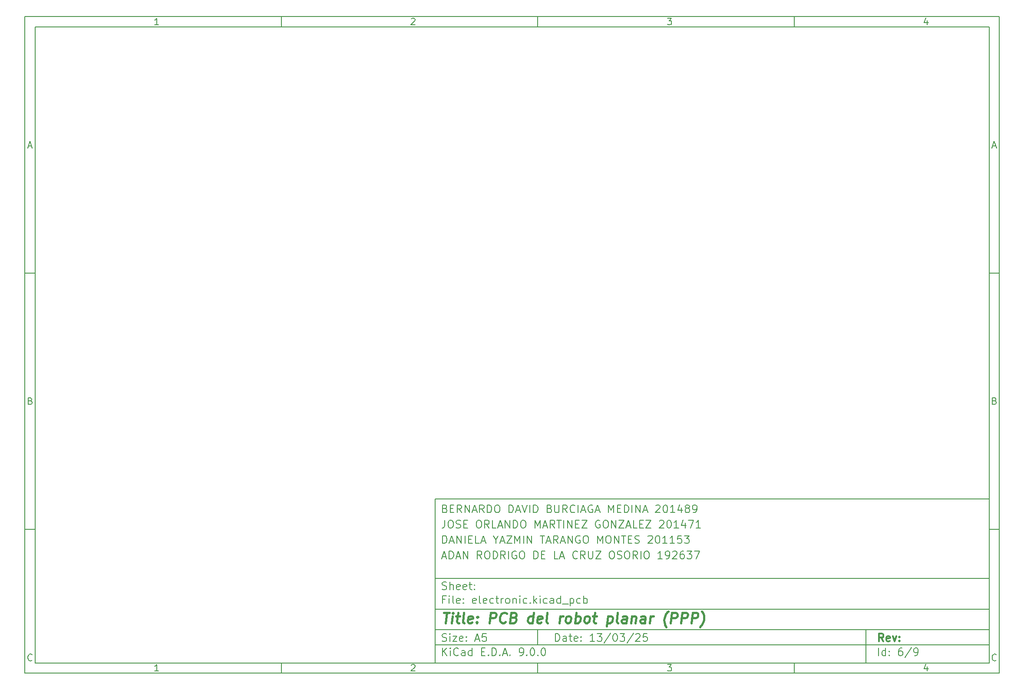
<source format=gbr>
%TF.GenerationSoftware,KiCad,Pcbnew,9.0.0*%
%TF.CreationDate,2025-03-13T19:48:29-06:00*%
%TF.ProjectId,electronic,656c6563-7472-46f6-9e69-632e6b696361,rev?*%
%TF.SameCoordinates,Original*%
%TF.FileFunction,Legend,Bot*%
%TF.FilePolarity,Positive*%
%FSLAX46Y46*%
G04 Gerber Fmt 4.6, Leading zero omitted, Abs format (unit mm)*
G04 Created by KiCad (PCBNEW 9.0.0) date 2025-03-13 19:48:29*
%MOMM*%
%LPD*%
G01*
G04 APERTURE LIST*
%ADD10C,0.100000*%
%ADD11C,0.150000*%
%ADD12C,0.300000*%
%ADD13C,0.400000*%
G04 APERTURE END LIST*
D10*
D11*
X90007200Y-104005800D02*
X198007200Y-104005800D01*
X198007200Y-136005800D01*
X90007200Y-136005800D01*
X90007200Y-104005800D01*
D10*
D11*
X10000000Y-10000000D02*
X200007200Y-10000000D01*
X200007200Y-138005800D01*
X10000000Y-138005800D01*
X10000000Y-10000000D01*
D10*
D11*
X12000000Y-12000000D02*
X198007200Y-12000000D01*
X198007200Y-136005800D01*
X12000000Y-136005800D01*
X12000000Y-12000000D01*
D10*
D11*
X60000000Y-12000000D02*
X60000000Y-10000000D01*
D10*
D11*
X110000000Y-12000000D02*
X110000000Y-10000000D01*
D10*
D11*
X160000000Y-12000000D02*
X160000000Y-10000000D01*
D10*
D11*
X36089160Y-11593604D02*
X35346303Y-11593604D01*
X35717731Y-11593604D02*
X35717731Y-10293604D01*
X35717731Y-10293604D02*
X35593922Y-10479319D01*
X35593922Y-10479319D02*
X35470112Y-10603128D01*
X35470112Y-10603128D02*
X35346303Y-10665033D01*
D10*
D11*
X85346303Y-10417414D02*
X85408207Y-10355509D01*
X85408207Y-10355509D02*
X85532017Y-10293604D01*
X85532017Y-10293604D02*
X85841541Y-10293604D01*
X85841541Y-10293604D02*
X85965350Y-10355509D01*
X85965350Y-10355509D02*
X86027255Y-10417414D01*
X86027255Y-10417414D02*
X86089160Y-10541223D01*
X86089160Y-10541223D02*
X86089160Y-10665033D01*
X86089160Y-10665033D02*
X86027255Y-10850747D01*
X86027255Y-10850747D02*
X85284398Y-11593604D01*
X85284398Y-11593604D02*
X86089160Y-11593604D01*
D10*
D11*
X135284398Y-10293604D02*
X136089160Y-10293604D01*
X136089160Y-10293604D02*
X135655826Y-10788842D01*
X135655826Y-10788842D02*
X135841541Y-10788842D01*
X135841541Y-10788842D02*
X135965350Y-10850747D01*
X135965350Y-10850747D02*
X136027255Y-10912652D01*
X136027255Y-10912652D02*
X136089160Y-11036461D01*
X136089160Y-11036461D02*
X136089160Y-11345985D01*
X136089160Y-11345985D02*
X136027255Y-11469795D01*
X136027255Y-11469795D02*
X135965350Y-11531700D01*
X135965350Y-11531700D02*
X135841541Y-11593604D01*
X135841541Y-11593604D02*
X135470112Y-11593604D01*
X135470112Y-11593604D02*
X135346303Y-11531700D01*
X135346303Y-11531700D02*
X135284398Y-11469795D01*
D10*
D11*
X185965350Y-10726938D02*
X185965350Y-11593604D01*
X185655826Y-10231700D02*
X185346303Y-11160271D01*
X185346303Y-11160271D02*
X186151064Y-11160271D01*
D10*
D11*
X60000000Y-136005800D02*
X60000000Y-138005800D01*
D10*
D11*
X110000000Y-136005800D02*
X110000000Y-138005800D01*
D10*
D11*
X160000000Y-136005800D02*
X160000000Y-138005800D01*
D10*
D11*
X36089160Y-137599404D02*
X35346303Y-137599404D01*
X35717731Y-137599404D02*
X35717731Y-136299404D01*
X35717731Y-136299404D02*
X35593922Y-136485119D01*
X35593922Y-136485119D02*
X35470112Y-136608928D01*
X35470112Y-136608928D02*
X35346303Y-136670833D01*
D10*
D11*
X85346303Y-136423214D02*
X85408207Y-136361309D01*
X85408207Y-136361309D02*
X85532017Y-136299404D01*
X85532017Y-136299404D02*
X85841541Y-136299404D01*
X85841541Y-136299404D02*
X85965350Y-136361309D01*
X85965350Y-136361309D02*
X86027255Y-136423214D01*
X86027255Y-136423214D02*
X86089160Y-136547023D01*
X86089160Y-136547023D02*
X86089160Y-136670833D01*
X86089160Y-136670833D02*
X86027255Y-136856547D01*
X86027255Y-136856547D02*
X85284398Y-137599404D01*
X85284398Y-137599404D02*
X86089160Y-137599404D01*
D10*
D11*
X135284398Y-136299404D02*
X136089160Y-136299404D01*
X136089160Y-136299404D02*
X135655826Y-136794642D01*
X135655826Y-136794642D02*
X135841541Y-136794642D01*
X135841541Y-136794642D02*
X135965350Y-136856547D01*
X135965350Y-136856547D02*
X136027255Y-136918452D01*
X136027255Y-136918452D02*
X136089160Y-137042261D01*
X136089160Y-137042261D02*
X136089160Y-137351785D01*
X136089160Y-137351785D02*
X136027255Y-137475595D01*
X136027255Y-137475595D02*
X135965350Y-137537500D01*
X135965350Y-137537500D02*
X135841541Y-137599404D01*
X135841541Y-137599404D02*
X135470112Y-137599404D01*
X135470112Y-137599404D02*
X135346303Y-137537500D01*
X135346303Y-137537500D02*
X135284398Y-137475595D01*
D10*
D11*
X185965350Y-136732738D02*
X185965350Y-137599404D01*
X185655826Y-136237500D02*
X185346303Y-137166071D01*
X185346303Y-137166071D02*
X186151064Y-137166071D01*
D10*
D11*
X10000000Y-60000000D02*
X12000000Y-60000000D01*
D10*
D11*
X10000000Y-110000000D02*
X12000000Y-110000000D01*
D10*
D11*
X10690476Y-35222176D02*
X11309523Y-35222176D01*
X10566666Y-35593604D02*
X10999999Y-34293604D01*
X10999999Y-34293604D02*
X11433333Y-35593604D01*
D10*
D11*
X11092857Y-84912652D02*
X11278571Y-84974557D01*
X11278571Y-84974557D02*
X11340476Y-85036461D01*
X11340476Y-85036461D02*
X11402380Y-85160271D01*
X11402380Y-85160271D02*
X11402380Y-85345985D01*
X11402380Y-85345985D02*
X11340476Y-85469795D01*
X11340476Y-85469795D02*
X11278571Y-85531700D01*
X11278571Y-85531700D02*
X11154761Y-85593604D01*
X11154761Y-85593604D02*
X10659523Y-85593604D01*
X10659523Y-85593604D02*
X10659523Y-84293604D01*
X10659523Y-84293604D02*
X11092857Y-84293604D01*
X11092857Y-84293604D02*
X11216666Y-84355509D01*
X11216666Y-84355509D02*
X11278571Y-84417414D01*
X11278571Y-84417414D02*
X11340476Y-84541223D01*
X11340476Y-84541223D02*
X11340476Y-84665033D01*
X11340476Y-84665033D02*
X11278571Y-84788842D01*
X11278571Y-84788842D02*
X11216666Y-84850747D01*
X11216666Y-84850747D02*
X11092857Y-84912652D01*
X11092857Y-84912652D02*
X10659523Y-84912652D01*
D10*
D11*
X11402380Y-135469795D02*
X11340476Y-135531700D01*
X11340476Y-135531700D02*
X11154761Y-135593604D01*
X11154761Y-135593604D02*
X11030952Y-135593604D01*
X11030952Y-135593604D02*
X10845238Y-135531700D01*
X10845238Y-135531700D02*
X10721428Y-135407890D01*
X10721428Y-135407890D02*
X10659523Y-135284080D01*
X10659523Y-135284080D02*
X10597619Y-135036461D01*
X10597619Y-135036461D02*
X10597619Y-134850747D01*
X10597619Y-134850747D02*
X10659523Y-134603128D01*
X10659523Y-134603128D02*
X10721428Y-134479319D01*
X10721428Y-134479319D02*
X10845238Y-134355509D01*
X10845238Y-134355509D02*
X11030952Y-134293604D01*
X11030952Y-134293604D02*
X11154761Y-134293604D01*
X11154761Y-134293604D02*
X11340476Y-134355509D01*
X11340476Y-134355509D02*
X11402380Y-134417414D01*
D10*
D11*
X200007200Y-60000000D02*
X198007200Y-60000000D01*
D10*
D11*
X200007200Y-110000000D02*
X198007200Y-110000000D01*
D10*
D11*
X198697676Y-35222176D02*
X199316723Y-35222176D01*
X198573866Y-35593604D02*
X199007199Y-34293604D01*
X199007199Y-34293604D02*
X199440533Y-35593604D01*
D10*
D11*
X199100057Y-84912652D02*
X199285771Y-84974557D01*
X199285771Y-84974557D02*
X199347676Y-85036461D01*
X199347676Y-85036461D02*
X199409580Y-85160271D01*
X199409580Y-85160271D02*
X199409580Y-85345985D01*
X199409580Y-85345985D02*
X199347676Y-85469795D01*
X199347676Y-85469795D02*
X199285771Y-85531700D01*
X199285771Y-85531700D02*
X199161961Y-85593604D01*
X199161961Y-85593604D02*
X198666723Y-85593604D01*
X198666723Y-85593604D02*
X198666723Y-84293604D01*
X198666723Y-84293604D02*
X199100057Y-84293604D01*
X199100057Y-84293604D02*
X199223866Y-84355509D01*
X199223866Y-84355509D02*
X199285771Y-84417414D01*
X199285771Y-84417414D02*
X199347676Y-84541223D01*
X199347676Y-84541223D02*
X199347676Y-84665033D01*
X199347676Y-84665033D02*
X199285771Y-84788842D01*
X199285771Y-84788842D02*
X199223866Y-84850747D01*
X199223866Y-84850747D02*
X199100057Y-84912652D01*
X199100057Y-84912652D02*
X198666723Y-84912652D01*
D10*
D11*
X199409580Y-135469795D02*
X199347676Y-135531700D01*
X199347676Y-135531700D02*
X199161961Y-135593604D01*
X199161961Y-135593604D02*
X199038152Y-135593604D01*
X199038152Y-135593604D02*
X198852438Y-135531700D01*
X198852438Y-135531700D02*
X198728628Y-135407890D01*
X198728628Y-135407890D02*
X198666723Y-135284080D01*
X198666723Y-135284080D02*
X198604819Y-135036461D01*
X198604819Y-135036461D02*
X198604819Y-134850747D01*
X198604819Y-134850747D02*
X198666723Y-134603128D01*
X198666723Y-134603128D02*
X198728628Y-134479319D01*
X198728628Y-134479319D02*
X198852438Y-134355509D01*
X198852438Y-134355509D02*
X199038152Y-134293604D01*
X199038152Y-134293604D02*
X199161961Y-134293604D01*
X199161961Y-134293604D02*
X199347676Y-134355509D01*
X199347676Y-134355509D02*
X199409580Y-134417414D01*
D10*
D11*
X113463026Y-131791928D02*
X113463026Y-130291928D01*
X113463026Y-130291928D02*
X113820169Y-130291928D01*
X113820169Y-130291928D02*
X114034455Y-130363357D01*
X114034455Y-130363357D02*
X114177312Y-130506214D01*
X114177312Y-130506214D02*
X114248741Y-130649071D01*
X114248741Y-130649071D02*
X114320169Y-130934785D01*
X114320169Y-130934785D02*
X114320169Y-131149071D01*
X114320169Y-131149071D02*
X114248741Y-131434785D01*
X114248741Y-131434785D02*
X114177312Y-131577642D01*
X114177312Y-131577642D02*
X114034455Y-131720500D01*
X114034455Y-131720500D02*
X113820169Y-131791928D01*
X113820169Y-131791928D02*
X113463026Y-131791928D01*
X115605884Y-131791928D02*
X115605884Y-131006214D01*
X115605884Y-131006214D02*
X115534455Y-130863357D01*
X115534455Y-130863357D02*
X115391598Y-130791928D01*
X115391598Y-130791928D02*
X115105884Y-130791928D01*
X115105884Y-130791928D02*
X114963026Y-130863357D01*
X115605884Y-131720500D02*
X115463026Y-131791928D01*
X115463026Y-131791928D02*
X115105884Y-131791928D01*
X115105884Y-131791928D02*
X114963026Y-131720500D01*
X114963026Y-131720500D02*
X114891598Y-131577642D01*
X114891598Y-131577642D02*
X114891598Y-131434785D01*
X114891598Y-131434785D02*
X114963026Y-131291928D01*
X114963026Y-131291928D02*
X115105884Y-131220500D01*
X115105884Y-131220500D02*
X115463026Y-131220500D01*
X115463026Y-131220500D02*
X115605884Y-131149071D01*
X116105884Y-130791928D02*
X116677312Y-130791928D01*
X116320169Y-130291928D02*
X116320169Y-131577642D01*
X116320169Y-131577642D02*
X116391598Y-131720500D01*
X116391598Y-131720500D02*
X116534455Y-131791928D01*
X116534455Y-131791928D02*
X116677312Y-131791928D01*
X117748741Y-131720500D02*
X117605884Y-131791928D01*
X117605884Y-131791928D02*
X117320170Y-131791928D01*
X117320170Y-131791928D02*
X117177312Y-131720500D01*
X117177312Y-131720500D02*
X117105884Y-131577642D01*
X117105884Y-131577642D02*
X117105884Y-131006214D01*
X117105884Y-131006214D02*
X117177312Y-130863357D01*
X117177312Y-130863357D02*
X117320170Y-130791928D01*
X117320170Y-130791928D02*
X117605884Y-130791928D01*
X117605884Y-130791928D02*
X117748741Y-130863357D01*
X117748741Y-130863357D02*
X117820170Y-131006214D01*
X117820170Y-131006214D02*
X117820170Y-131149071D01*
X117820170Y-131149071D02*
X117105884Y-131291928D01*
X118463026Y-131649071D02*
X118534455Y-131720500D01*
X118534455Y-131720500D02*
X118463026Y-131791928D01*
X118463026Y-131791928D02*
X118391598Y-131720500D01*
X118391598Y-131720500D02*
X118463026Y-131649071D01*
X118463026Y-131649071D02*
X118463026Y-131791928D01*
X118463026Y-130863357D02*
X118534455Y-130934785D01*
X118534455Y-130934785D02*
X118463026Y-131006214D01*
X118463026Y-131006214D02*
X118391598Y-130934785D01*
X118391598Y-130934785D02*
X118463026Y-130863357D01*
X118463026Y-130863357D02*
X118463026Y-131006214D01*
X121105884Y-131791928D02*
X120248741Y-131791928D01*
X120677312Y-131791928D02*
X120677312Y-130291928D01*
X120677312Y-130291928D02*
X120534455Y-130506214D01*
X120534455Y-130506214D02*
X120391598Y-130649071D01*
X120391598Y-130649071D02*
X120248741Y-130720500D01*
X121605883Y-130291928D02*
X122534455Y-130291928D01*
X122534455Y-130291928D02*
X122034455Y-130863357D01*
X122034455Y-130863357D02*
X122248740Y-130863357D01*
X122248740Y-130863357D02*
X122391598Y-130934785D01*
X122391598Y-130934785D02*
X122463026Y-131006214D01*
X122463026Y-131006214D02*
X122534455Y-131149071D01*
X122534455Y-131149071D02*
X122534455Y-131506214D01*
X122534455Y-131506214D02*
X122463026Y-131649071D01*
X122463026Y-131649071D02*
X122391598Y-131720500D01*
X122391598Y-131720500D02*
X122248740Y-131791928D01*
X122248740Y-131791928D02*
X121820169Y-131791928D01*
X121820169Y-131791928D02*
X121677312Y-131720500D01*
X121677312Y-131720500D02*
X121605883Y-131649071D01*
X124248740Y-130220500D02*
X122963026Y-132149071D01*
X125034455Y-130291928D02*
X125177312Y-130291928D01*
X125177312Y-130291928D02*
X125320169Y-130363357D01*
X125320169Y-130363357D02*
X125391598Y-130434785D01*
X125391598Y-130434785D02*
X125463026Y-130577642D01*
X125463026Y-130577642D02*
X125534455Y-130863357D01*
X125534455Y-130863357D02*
X125534455Y-131220500D01*
X125534455Y-131220500D02*
X125463026Y-131506214D01*
X125463026Y-131506214D02*
X125391598Y-131649071D01*
X125391598Y-131649071D02*
X125320169Y-131720500D01*
X125320169Y-131720500D02*
X125177312Y-131791928D01*
X125177312Y-131791928D02*
X125034455Y-131791928D01*
X125034455Y-131791928D02*
X124891598Y-131720500D01*
X124891598Y-131720500D02*
X124820169Y-131649071D01*
X124820169Y-131649071D02*
X124748740Y-131506214D01*
X124748740Y-131506214D02*
X124677312Y-131220500D01*
X124677312Y-131220500D02*
X124677312Y-130863357D01*
X124677312Y-130863357D02*
X124748740Y-130577642D01*
X124748740Y-130577642D02*
X124820169Y-130434785D01*
X124820169Y-130434785D02*
X124891598Y-130363357D01*
X124891598Y-130363357D02*
X125034455Y-130291928D01*
X126034454Y-130291928D02*
X126963026Y-130291928D01*
X126963026Y-130291928D02*
X126463026Y-130863357D01*
X126463026Y-130863357D02*
X126677311Y-130863357D01*
X126677311Y-130863357D02*
X126820169Y-130934785D01*
X126820169Y-130934785D02*
X126891597Y-131006214D01*
X126891597Y-131006214D02*
X126963026Y-131149071D01*
X126963026Y-131149071D02*
X126963026Y-131506214D01*
X126963026Y-131506214D02*
X126891597Y-131649071D01*
X126891597Y-131649071D02*
X126820169Y-131720500D01*
X126820169Y-131720500D02*
X126677311Y-131791928D01*
X126677311Y-131791928D02*
X126248740Y-131791928D01*
X126248740Y-131791928D02*
X126105883Y-131720500D01*
X126105883Y-131720500D02*
X126034454Y-131649071D01*
X128677311Y-130220500D02*
X127391597Y-132149071D01*
X129105883Y-130434785D02*
X129177311Y-130363357D01*
X129177311Y-130363357D02*
X129320169Y-130291928D01*
X129320169Y-130291928D02*
X129677311Y-130291928D01*
X129677311Y-130291928D02*
X129820169Y-130363357D01*
X129820169Y-130363357D02*
X129891597Y-130434785D01*
X129891597Y-130434785D02*
X129963026Y-130577642D01*
X129963026Y-130577642D02*
X129963026Y-130720500D01*
X129963026Y-130720500D02*
X129891597Y-130934785D01*
X129891597Y-130934785D02*
X129034454Y-131791928D01*
X129034454Y-131791928D02*
X129963026Y-131791928D01*
X131320168Y-130291928D02*
X130605882Y-130291928D01*
X130605882Y-130291928D02*
X130534454Y-131006214D01*
X130534454Y-131006214D02*
X130605882Y-130934785D01*
X130605882Y-130934785D02*
X130748740Y-130863357D01*
X130748740Y-130863357D02*
X131105882Y-130863357D01*
X131105882Y-130863357D02*
X131248740Y-130934785D01*
X131248740Y-130934785D02*
X131320168Y-131006214D01*
X131320168Y-131006214D02*
X131391597Y-131149071D01*
X131391597Y-131149071D02*
X131391597Y-131506214D01*
X131391597Y-131506214D02*
X131320168Y-131649071D01*
X131320168Y-131649071D02*
X131248740Y-131720500D01*
X131248740Y-131720500D02*
X131105882Y-131791928D01*
X131105882Y-131791928D02*
X130748740Y-131791928D01*
X130748740Y-131791928D02*
X130605882Y-131720500D01*
X130605882Y-131720500D02*
X130534454Y-131649071D01*
D10*
D11*
X90007200Y-132505800D02*
X198007200Y-132505800D01*
D10*
D11*
X91463026Y-134591928D02*
X91463026Y-133091928D01*
X92320169Y-134591928D02*
X91677312Y-133734785D01*
X92320169Y-133091928D02*
X91463026Y-133949071D01*
X92963026Y-134591928D02*
X92963026Y-133591928D01*
X92963026Y-133091928D02*
X92891598Y-133163357D01*
X92891598Y-133163357D02*
X92963026Y-133234785D01*
X92963026Y-133234785D02*
X93034455Y-133163357D01*
X93034455Y-133163357D02*
X92963026Y-133091928D01*
X92963026Y-133091928D02*
X92963026Y-133234785D01*
X94534455Y-134449071D02*
X94463027Y-134520500D01*
X94463027Y-134520500D02*
X94248741Y-134591928D01*
X94248741Y-134591928D02*
X94105884Y-134591928D01*
X94105884Y-134591928D02*
X93891598Y-134520500D01*
X93891598Y-134520500D02*
X93748741Y-134377642D01*
X93748741Y-134377642D02*
X93677312Y-134234785D01*
X93677312Y-134234785D02*
X93605884Y-133949071D01*
X93605884Y-133949071D02*
X93605884Y-133734785D01*
X93605884Y-133734785D02*
X93677312Y-133449071D01*
X93677312Y-133449071D02*
X93748741Y-133306214D01*
X93748741Y-133306214D02*
X93891598Y-133163357D01*
X93891598Y-133163357D02*
X94105884Y-133091928D01*
X94105884Y-133091928D02*
X94248741Y-133091928D01*
X94248741Y-133091928D02*
X94463027Y-133163357D01*
X94463027Y-133163357D02*
X94534455Y-133234785D01*
X95820170Y-134591928D02*
X95820170Y-133806214D01*
X95820170Y-133806214D02*
X95748741Y-133663357D01*
X95748741Y-133663357D02*
X95605884Y-133591928D01*
X95605884Y-133591928D02*
X95320170Y-133591928D01*
X95320170Y-133591928D02*
X95177312Y-133663357D01*
X95820170Y-134520500D02*
X95677312Y-134591928D01*
X95677312Y-134591928D02*
X95320170Y-134591928D01*
X95320170Y-134591928D02*
X95177312Y-134520500D01*
X95177312Y-134520500D02*
X95105884Y-134377642D01*
X95105884Y-134377642D02*
X95105884Y-134234785D01*
X95105884Y-134234785D02*
X95177312Y-134091928D01*
X95177312Y-134091928D02*
X95320170Y-134020500D01*
X95320170Y-134020500D02*
X95677312Y-134020500D01*
X95677312Y-134020500D02*
X95820170Y-133949071D01*
X97177313Y-134591928D02*
X97177313Y-133091928D01*
X97177313Y-134520500D02*
X97034455Y-134591928D01*
X97034455Y-134591928D02*
X96748741Y-134591928D01*
X96748741Y-134591928D02*
X96605884Y-134520500D01*
X96605884Y-134520500D02*
X96534455Y-134449071D01*
X96534455Y-134449071D02*
X96463027Y-134306214D01*
X96463027Y-134306214D02*
X96463027Y-133877642D01*
X96463027Y-133877642D02*
X96534455Y-133734785D01*
X96534455Y-133734785D02*
X96605884Y-133663357D01*
X96605884Y-133663357D02*
X96748741Y-133591928D01*
X96748741Y-133591928D02*
X97034455Y-133591928D01*
X97034455Y-133591928D02*
X97177313Y-133663357D01*
X99034455Y-133806214D02*
X99534455Y-133806214D01*
X99748741Y-134591928D02*
X99034455Y-134591928D01*
X99034455Y-134591928D02*
X99034455Y-133091928D01*
X99034455Y-133091928D02*
X99748741Y-133091928D01*
X100391598Y-134449071D02*
X100463027Y-134520500D01*
X100463027Y-134520500D02*
X100391598Y-134591928D01*
X100391598Y-134591928D02*
X100320170Y-134520500D01*
X100320170Y-134520500D02*
X100391598Y-134449071D01*
X100391598Y-134449071D02*
X100391598Y-134591928D01*
X101105884Y-134591928D02*
X101105884Y-133091928D01*
X101105884Y-133091928D02*
X101463027Y-133091928D01*
X101463027Y-133091928D02*
X101677313Y-133163357D01*
X101677313Y-133163357D02*
X101820170Y-133306214D01*
X101820170Y-133306214D02*
X101891599Y-133449071D01*
X101891599Y-133449071D02*
X101963027Y-133734785D01*
X101963027Y-133734785D02*
X101963027Y-133949071D01*
X101963027Y-133949071D02*
X101891599Y-134234785D01*
X101891599Y-134234785D02*
X101820170Y-134377642D01*
X101820170Y-134377642D02*
X101677313Y-134520500D01*
X101677313Y-134520500D02*
X101463027Y-134591928D01*
X101463027Y-134591928D02*
X101105884Y-134591928D01*
X102605884Y-134449071D02*
X102677313Y-134520500D01*
X102677313Y-134520500D02*
X102605884Y-134591928D01*
X102605884Y-134591928D02*
X102534456Y-134520500D01*
X102534456Y-134520500D02*
X102605884Y-134449071D01*
X102605884Y-134449071D02*
X102605884Y-134591928D01*
X103248742Y-134163357D02*
X103963028Y-134163357D01*
X103105885Y-134591928D02*
X103605885Y-133091928D01*
X103605885Y-133091928D02*
X104105885Y-134591928D01*
X104605884Y-134449071D02*
X104677313Y-134520500D01*
X104677313Y-134520500D02*
X104605884Y-134591928D01*
X104605884Y-134591928D02*
X104534456Y-134520500D01*
X104534456Y-134520500D02*
X104605884Y-134449071D01*
X104605884Y-134449071D02*
X104605884Y-134591928D01*
X106534456Y-134591928D02*
X106820170Y-134591928D01*
X106820170Y-134591928D02*
X106963027Y-134520500D01*
X106963027Y-134520500D02*
X107034456Y-134449071D01*
X107034456Y-134449071D02*
X107177313Y-134234785D01*
X107177313Y-134234785D02*
X107248742Y-133949071D01*
X107248742Y-133949071D02*
X107248742Y-133377642D01*
X107248742Y-133377642D02*
X107177313Y-133234785D01*
X107177313Y-133234785D02*
X107105885Y-133163357D01*
X107105885Y-133163357D02*
X106963027Y-133091928D01*
X106963027Y-133091928D02*
X106677313Y-133091928D01*
X106677313Y-133091928D02*
X106534456Y-133163357D01*
X106534456Y-133163357D02*
X106463027Y-133234785D01*
X106463027Y-133234785D02*
X106391599Y-133377642D01*
X106391599Y-133377642D02*
X106391599Y-133734785D01*
X106391599Y-133734785D02*
X106463027Y-133877642D01*
X106463027Y-133877642D02*
X106534456Y-133949071D01*
X106534456Y-133949071D02*
X106677313Y-134020500D01*
X106677313Y-134020500D02*
X106963027Y-134020500D01*
X106963027Y-134020500D02*
X107105885Y-133949071D01*
X107105885Y-133949071D02*
X107177313Y-133877642D01*
X107177313Y-133877642D02*
X107248742Y-133734785D01*
X107891598Y-134449071D02*
X107963027Y-134520500D01*
X107963027Y-134520500D02*
X107891598Y-134591928D01*
X107891598Y-134591928D02*
X107820170Y-134520500D01*
X107820170Y-134520500D02*
X107891598Y-134449071D01*
X107891598Y-134449071D02*
X107891598Y-134591928D01*
X108891599Y-133091928D02*
X109034456Y-133091928D01*
X109034456Y-133091928D02*
X109177313Y-133163357D01*
X109177313Y-133163357D02*
X109248742Y-133234785D01*
X109248742Y-133234785D02*
X109320170Y-133377642D01*
X109320170Y-133377642D02*
X109391599Y-133663357D01*
X109391599Y-133663357D02*
X109391599Y-134020500D01*
X109391599Y-134020500D02*
X109320170Y-134306214D01*
X109320170Y-134306214D02*
X109248742Y-134449071D01*
X109248742Y-134449071D02*
X109177313Y-134520500D01*
X109177313Y-134520500D02*
X109034456Y-134591928D01*
X109034456Y-134591928D02*
X108891599Y-134591928D01*
X108891599Y-134591928D02*
X108748742Y-134520500D01*
X108748742Y-134520500D02*
X108677313Y-134449071D01*
X108677313Y-134449071D02*
X108605884Y-134306214D01*
X108605884Y-134306214D02*
X108534456Y-134020500D01*
X108534456Y-134020500D02*
X108534456Y-133663357D01*
X108534456Y-133663357D02*
X108605884Y-133377642D01*
X108605884Y-133377642D02*
X108677313Y-133234785D01*
X108677313Y-133234785D02*
X108748742Y-133163357D01*
X108748742Y-133163357D02*
X108891599Y-133091928D01*
X110034455Y-134449071D02*
X110105884Y-134520500D01*
X110105884Y-134520500D02*
X110034455Y-134591928D01*
X110034455Y-134591928D02*
X109963027Y-134520500D01*
X109963027Y-134520500D02*
X110034455Y-134449071D01*
X110034455Y-134449071D02*
X110034455Y-134591928D01*
X111034456Y-133091928D02*
X111177313Y-133091928D01*
X111177313Y-133091928D02*
X111320170Y-133163357D01*
X111320170Y-133163357D02*
X111391599Y-133234785D01*
X111391599Y-133234785D02*
X111463027Y-133377642D01*
X111463027Y-133377642D02*
X111534456Y-133663357D01*
X111534456Y-133663357D02*
X111534456Y-134020500D01*
X111534456Y-134020500D02*
X111463027Y-134306214D01*
X111463027Y-134306214D02*
X111391599Y-134449071D01*
X111391599Y-134449071D02*
X111320170Y-134520500D01*
X111320170Y-134520500D02*
X111177313Y-134591928D01*
X111177313Y-134591928D02*
X111034456Y-134591928D01*
X111034456Y-134591928D02*
X110891599Y-134520500D01*
X110891599Y-134520500D02*
X110820170Y-134449071D01*
X110820170Y-134449071D02*
X110748741Y-134306214D01*
X110748741Y-134306214D02*
X110677313Y-134020500D01*
X110677313Y-134020500D02*
X110677313Y-133663357D01*
X110677313Y-133663357D02*
X110748741Y-133377642D01*
X110748741Y-133377642D02*
X110820170Y-133234785D01*
X110820170Y-133234785D02*
X110891599Y-133163357D01*
X110891599Y-133163357D02*
X111034456Y-133091928D01*
D10*
D11*
X90007200Y-129505800D02*
X198007200Y-129505800D01*
D10*
D12*
X177418853Y-131784128D02*
X176918853Y-131069842D01*
X176561710Y-131784128D02*
X176561710Y-130284128D01*
X176561710Y-130284128D02*
X177133139Y-130284128D01*
X177133139Y-130284128D02*
X177275996Y-130355557D01*
X177275996Y-130355557D02*
X177347425Y-130426985D01*
X177347425Y-130426985D02*
X177418853Y-130569842D01*
X177418853Y-130569842D02*
X177418853Y-130784128D01*
X177418853Y-130784128D02*
X177347425Y-130926985D01*
X177347425Y-130926985D02*
X177275996Y-130998414D01*
X177275996Y-130998414D02*
X177133139Y-131069842D01*
X177133139Y-131069842D02*
X176561710Y-131069842D01*
X178633139Y-131712700D02*
X178490282Y-131784128D01*
X178490282Y-131784128D02*
X178204568Y-131784128D01*
X178204568Y-131784128D02*
X178061710Y-131712700D01*
X178061710Y-131712700D02*
X177990282Y-131569842D01*
X177990282Y-131569842D02*
X177990282Y-130998414D01*
X177990282Y-130998414D02*
X178061710Y-130855557D01*
X178061710Y-130855557D02*
X178204568Y-130784128D01*
X178204568Y-130784128D02*
X178490282Y-130784128D01*
X178490282Y-130784128D02*
X178633139Y-130855557D01*
X178633139Y-130855557D02*
X178704568Y-130998414D01*
X178704568Y-130998414D02*
X178704568Y-131141271D01*
X178704568Y-131141271D02*
X177990282Y-131284128D01*
X179204567Y-130784128D02*
X179561710Y-131784128D01*
X179561710Y-131784128D02*
X179918853Y-130784128D01*
X180490281Y-131641271D02*
X180561710Y-131712700D01*
X180561710Y-131712700D02*
X180490281Y-131784128D01*
X180490281Y-131784128D02*
X180418853Y-131712700D01*
X180418853Y-131712700D02*
X180490281Y-131641271D01*
X180490281Y-131641271D02*
X180490281Y-131784128D01*
X180490281Y-130855557D02*
X180561710Y-130926985D01*
X180561710Y-130926985D02*
X180490281Y-130998414D01*
X180490281Y-130998414D02*
X180418853Y-130926985D01*
X180418853Y-130926985D02*
X180490281Y-130855557D01*
X180490281Y-130855557D02*
X180490281Y-130998414D01*
D10*
D11*
X91391598Y-131720500D02*
X91605884Y-131791928D01*
X91605884Y-131791928D02*
X91963026Y-131791928D01*
X91963026Y-131791928D02*
X92105884Y-131720500D01*
X92105884Y-131720500D02*
X92177312Y-131649071D01*
X92177312Y-131649071D02*
X92248741Y-131506214D01*
X92248741Y-131506214D02*
X92248741Y-131363357D01*
X92248741Y-131363357D02*
X92177312Y-131220500D01*
X92177312Y-131220500D02*
X92105884Y-131149071D01*
X92105884Y-131149071D02*
X91963026Y-131077642D01*
X91963026Y-131077642D02*
X91677312Y-131006214D01*
X91677312Y-131006214D02*
X91534455Y-130934785D01*
X91534455Y-130934785D02*
X91463026Y-130863357D01*
X91463026Y-130863357D02*
X91391598Y-130720500D01*
X91391598Y-130720500D02*
X91391598Y-130577642D01*
X91391598Y-130577642D02*
X91463026Y-130434785D01*
X91463026Y-130434785D02*
X91534455Y-130363357D01*
X91534455Y-130363357D02*
X91677312Y-130291928D01*
X91677312Y-130291928D02*
X92034455Y-130291928D01*
X92034455Y-130291928D02*
X92248741Y-130363357D01*
X92891597Y-131791928D02*
X92891597Y-130791928D01*
X92891597Y-130291928D02*
X92820169Y-130363357D01*
X92820169Y-130363357D02*
X92891597Y-130434785D01*
X92891597Y-130434785D02*
X92963026Y-130363357D01*
X92963026Y-130363357D02*
X92891597Y-130291928D01*
X92891597Y-130291928D02*
X92891597Y-130434785D01*
X93463026Y-130791928D02*
X94248741Y-130791928D01*
X94248741Y-130791928D02*
X93463026Y-131791928D01*
X93463026Y-131791928D02*
X94248741Y-131791928D01*
X95391598Y-131720500D02*
X95248741Y-131791928D01*
X95248741Y-131791928D02*
X94963027Y-131791928D01*
X94963027Y-131791928D02*
X94820169Y-131720500D01*
X94820169Y-131720500D02*
X94748741Y-131577642D01*
X94748741Y-131577642D02*
X94748741Y-131006214D01*
X94748741Y-131006214D02*
X94820169Y-130863357D01*
X94820169Y-130863357D02*
X94963027Y-130791928D01*
X94963027Y-130791928D02*
X95248741Y-130791928D01*
X95248741Y-130791928D02*
X95391598Y-130863357D01*
X95391598Y-130863357D02*
X95463027Y-131006214D01*
X95463027Y-131006214D02*
X95463027Y-131149071D01*
X95463027Y-131149071D02*
X94748741Y-131291928D01*
X96105883Y-131649071D02*
X96177312Y-131720500D01*
X96177312Y-131720500D02*
X96105883Y-131791928D01*
X96105883Y-131791928D02*
X96034455Y-131720500D01*
X96034455Y-131720500D02*
X96105883Y-131649071D01*
X96105883Y-131649071D02*
X96105883Y-131791928D01*
X96105883Y-130863357D02*
X96177312Y-130934785D01*
X96177312Y-130934785D02*
X96105883Y-131006214D01*
X96105883Y-131006214D02*
X96034455Y-130934785D01*
X96034455Y-130934785D02*
X96105883Y-130863357D01*
X96105883Y-130863357D02*
X96105883Y-131006214D01*
X97891598Y-131363357D02*
X98605884Y-131363357D01*
X97748741Y-131791928D02*
X98248741Y-130291928D01*
X98248741Y-130291928D02*
X98748741Y-131791928D01*
X99963026Y-130291928D02*
X99248740Y-130291928D01*
X99248740Y-130291928D02*
X99177312Y-131006214D01*
X99177312Y-131006214D02*
X99248740Y-130934785D01*
X99248740Y-130934785D02*
X99391598Y-130863357D01*
X99391598Y-130863357D02*
X99748740Y-130863357D01*
X99748740Y-130863357D02*
X99891598Y-130934785D01*
X99891598Y-130934785D02*
X99963026Y-131006214D01*
X99963026Y-131006214D02*
X100034455Y-131149071D01*
X100034455Y-131149071D02*
X100034455Y-131506214D01*
X100034455Y-131506214D02*
X99963026Y-131649071D01*
X99963026Y-131649071D02*
X99891598Y-131720500D01*
X99891598Y-131720500D02*
X99748740Y-131791928D01*
X99748740Y-131791928D02*
X99391598Y-131791928D01*
X99391598Y-131791928D02*
X99248740Y-131720500D01*
X99248740Y-131720500D02*
X99177312Y-131649071D01*
D10*
D11*
X176463026Y-134591928D02*
X176463026Y-133091928D01*
X177820170Y-134591928D02*
X177820170Y-133091928D01*
X177820170Y-134520500D02*
X177677312Y-134591928D01*
X177677312Y-134591928D02*
X177391598Y-134591928D01*
X177391598Y-134591928D02*
X177248741Y-134520500D01*
X177248741Y-134520500D02*
X177177312Y-134449071D01*
X177177312Y-134449071D02*
X177105884Y-134306214D01*
X177105884Y-134306214D02*
X177105884Y-133877642D01*
X177105884Y-133877642D02*
X177177312Y-133734785D01*
X177177312Y-133734785D02*
X177248741Y-133663357D01*
X177248741Y-133663357D02*
X177391598Y-133591928D01*
X177391598Y-133591928D02*
X177677312Y-133591928D01*
X177677312Y-133591928D02*
X177820170Y-133663357D01*
X178534455Y-134449071D02*
X178605884Y-134520500D01*
X178605884Y-134520500D02*
X178534455Y-134591928D01*
X178534455Y-134591928D02*
X178463027Y-134520500D01*
X178463027Y-134520500D02*
X178534455Y-134449071D01*
X178534455Y-134449071D02*
X178534455Y-134591928D01*
X178534455Y-133663357D02*
X178605884Y-133734785D01*
X178605884Y-133734785D02*
X178534455Y-133806214D01*
X178534455Y-133806214D02*
X178463027Y-133734785D01*
X178463027Y-133734785D02*
X178534455Y-133663357D01*
X178534455Y-133663357D02*
X178534455Y-133806214D01*
X181034456Y-133091928D02*
X180748741Y-133091928D01*
X180748741Y-133091928D02*
X180605884Y-133163357D01*
X180605884Y-133163357D02*
X180534456Y-133234785D01*
X180534456Y-133234785D02*
X180391598Y-133449071D01*
X180391598Y-133449071D02*
X180320170Y-133734785D01*
X180320170Y-133734785D02*
X180320170Y-134306214D01*
X180320170Y-134306214D02*
X180391598Y-134449071D01*
X180391598Y-134449071D02*
X180463027Y-134520500D01*
X180463027Y-134520500D02*
X180605884Y-134591928D01*
X180605884Y-134591928D02*
X180891598Y-134591928D01*
X180891598Y-134591928D02*
X181034456Y-134520500D01*
X181034456Y-134520500D02*
X181105884Y-134449071D01*
X181105884Y-134449071D02*
X181177313Y-134306214D01*
X181177313Y-134306214D02*
X181177313Y-133949071D01*
X181177313Y-133949071D02*
X181105884Y-133806214D01*
X181105884Y-133806214D02*
X181034456Y-133734785D01*
X181034456Y-133734785D02*
X180891598Y-133663357D01*
X180891598Y-133663357D02*
X180605884Y-133663357D01*
X180605884Y-133663357D02*
X180463027Y-133734785D01*
X180463027Y-133734785D02*
X180391598Y-133806214D01*
X180391598Y-133806214D02*
X180320170Y-133949071D01*
X182891598Y-133020500D02*
X181605884Y-134949071D01*
X183463027Y-134591928D02*
X183748741Y-134591928D01*
X183748741Y-134591928D02*
X183891598Y-134520500D01*
X183891598Y-134520500D02*
X183963027Y-134449071D01*
X183963027Y-134449071D02*
X184105884Y-134234785D01*
X184105884Y-134234785D02*
X184177313Y-133949071D01*
X184177313Y-133949071D02*
X184177313Y-133377642D01*
X184177313Y-133377642D02*
X184105884Y-133234785D01*
X184105884Y-133234785D02*
X184034456Y-133163357D01*
X184034456Y-133163357D02*
X183891598Y-133091928D01*
X183891598Y-133091928D02*
X183605884Y-133091928D01*
X183605884Y-133091928D02*
X183463027Y-133163357D01*
X183463027Y-133163357D02*
X183391598Y-133234785D01*
X183391598Y-133234785D02*
X183320170Y-133377642D01*
X183320170Y-133377642D02*
X183320170Y-133734785D01*
X183320170Y-133734785D02*
X183391598Y-133877642D01*
X183391598Y-133877642D02*
X183463027Y-133949071D01*
X183463027Y-133949071D02*
X183605884Y-134020500D01*
X183605884Y-134020500D02*
X183891598Y-134020500D01*
X183891598Y-134020500D02*
X184034456Y-133949071D01*
X184034456Y-133949071D02*
X184105884Y-133877642D01*
X184105884Y-133877642D02*
X184177313Y-133734785D01*
D10*
D11*
X90007200Y-125505800D02*
X198007200Y-125505800D01*
D10*
D13*
X91698928Y-126210238D02*
X92841785Y-126210238D01*
X92020357Y-128210238D02*
X92270357Y-126210238D01*
X93258452Y-128210238D02*
X93425119Y-126876904D01*
X93508452Y-126210238D02*
X93401309Y-126305476D01*
X93401309Y-126305476D02*
X93484643Y-126400714D01*
X93484643Y-126400714D02*
X93591786Y-126305476D01*
X93591786Y-126305476D02*
X93508452Y-126210238D01*
X93508452Y-126210238D02*
X93484643Y-126400714D01*
X94091786Y-126876904D02*
X94853690Y-126876904D01*
X94460833Y-126210238D02*
X94246548Y-127924523D01*
X94246548Y-127924523D02*
X94317976Y-128115000D01*
X94317976Y-128115000D02*
X94496548Y-128210238D01*
X94496548Y-128210238D02*
X94687024Y-128210238D01*
X95639405Y-128210238D02*
X95460833Y-128115000D01*
X95460833Y-128115000D02*
X95389405Y-127924523D01*
X95389405Y-127924523D02*
X95603690Y-126210238D01*
X97175119Y-128115000D02*
X96972738Y-128210238D01*
X96972738Y-128210238D02*
X96591785Y-128210238D01*
X96591785Y-128210238D02*
X96413214Y-128115000D01*
X96413214Y-128115000D02*
X96341785Y-127924523D01*
X96341785Y-127924523D02*
X96437024Y-127162619D01*
X96437024Y-127162619D02*
X96556071Y-126972142D01*
X96556071Y-126972142D02*
X96758452Y-126876904D01*
X96758452Y-126876904D02*
X97139404Y-126876904D01*
X97139404Y-126876904D02*
X97317976Y-126972142D01*
X97317976Y-126972142D02*
X97389404Y-127162619D01*
X97389404Y-127162619D02*
X97365595Y-127353095D01*
X97365595Y-127353095D02*
X96389404Y-127543571D01*
X98139405Y-128019761D02*
X98222738Y-128115000D01*
X98222738Y-128115000D02*
X98115595Y-128210238D01*
X98115595Y-128210238D02*
X98032262Y-128115000D01*
X98032262Y-128115000D02*
X98139405Y-128019761D01*
X98139405Y-128019761D02*
X98115595Y-128210238D01*
X98270357Y-126972142D02*
X98353690Y-127067380D01*
X98353690Y-127067380D02*
X98246548Y-127162619D01*
X98246548Y-127162619D02*
X98163214Y-127067380D01*
X98163214Y-127067380D02*
X98270357Y-126972142D01*
X98270357Y-126972142D02*
X98246548Y-127162619D01*
X100591786Y-128210238D02*
X100841786Y-126210238D01*
X100841786Y-126210238D02*
X101603691Y-126210238D01*
X101603691Y-126210238D02*
X101782262Y-126305476D01*
X101782262Y-126305476D02*
X101865596Y-126400714D01*
X101865596Y-126400714D02*
X101937024Y-126591190D01*
X101937024Y-126591190D02*
X101901310Y-126876904D01*
X101901310Y-126876904D02*
X101782262Y-127067380D01*
X101782262Y-127067380D02*
X101675120Y-127162619D01*
X101675120Y-127162619D02*
X101472739Y-127257857D01*
X101472739Y-127257857D02*
X100710834Y-127257857D01*
X103758453Y-128019761D02*
X103651310Y-128115000D01*
X103651310Y-128115000D02*
X103353691Y-128210238D01*
X103353691Y-128210238D02*
X103163215Y-128210238D01*
X103163215Y-128210238D02*
X102889405Y-128115000D01*
X102889405Y-128115000D02*
X102722739Y-127924523D01*
X102722739Y-127924523D02*
X102651310Y-127734047D01*
X102651310Y-127734047D02*
X102603691Y-127353095D01*
X102603691Y-127353095D02*
X102639405Y-127067380D01*
X102639405Y-127067380D02*
X102782262Y-126686428D01*
X102782262Y-126686428D02*
X102901310Y-126495952D01*
X102901310Y-126495952D02*
X103115596Y-126305476D01*
X103115596Y-126305476D02*
X103413215Y-126210238D01*
X103413215Y-126210238D02*
X103603691Y-126210238D01*
X103603691Y-126210238D02*
X103877501Y-126305476D01*
X103877501Y-126305476D02*
X103960834Y-126400714D01*
X105389405Y-127162619D02*
X105663215Y-127257857D01*
X105663215Y-127257857D02*
X105746548Y-127353095D01*
X105746548Y-127353095D02*
X105817977Y-127543571D01*
X105817977Y-127543571D02*
X105782262Y-127829285D01*
X105782262Y-127829285D02*
X105663215Y-128019761D01*
X105663215Y-128019761D02*
X105556072Y-128115000D01*
X105556072Y-128115000D02*
X105353691Y-128210238D01*
X105353691Y-128210238D02*
X104591786Y-128210238D01*
X104591786Y-128210238D02*
X104841786Y-126210238D01*
X104841786Y-126210238D02*
X105508453Y-126210238D01*
X105508453Y-126210238D02*
X105687024Y-126305476D01*
X105687024Y-126305476D02*
X105770358Y-126400714D01*
X105770358Y-126400714D02*
X105841786Y-126591190D01*
X105841786Y-126591190D02*
X105817977Y-126781666D01*
X105817977Y-126781666D02*
X105698929Y-126972142D01*
X105698929Y-126972142D02*
X105591786Y-127067380D01*
X105591786Y-127067380D02*
X105389405Y-127162619D01*
X105389405Y-127162619D02*
X104722739Y-127162619D01*
X108972739Y-128210238D02*
X109222739Y-126210238D01*
X108984644Y-128115000D02*
X108782263Y-128210238D01*
X108782263Y-128210238D02*
X108401311Y-128210238D01*
X108401311Y-128210238D02*
X108222739Y-128115000D01*
X108222739Y-128115000D02*
X108139406Y-128019761D01*
X108139406Y-128019761D02*
X108067977Y-127829285D01*
X108067977Y-127829285D02*
X108139406Y-127257857D01*
X108139406Y-127257857D02*
X108258453Y-127067380D01*
X108258453Y-127067380D02*
X108365596Y-126972142D01*
X108365596Y-126972142D02*
X108567977Y-126876904D01*
X108567977Y-126876904D02*
X108948930Y-126876904D01*
X108948930Y-126876904D02*
X109127501Y-126972142D01*
X110698930Y-128115000D02*
X110496549Y-128210238D01*
X110496549Y-128210238D02*
X110115596Y-128210238D01*
X110115596Y-128210238D02*
X109937025Y-128115000D01*
X109937025Y-128115000D02*
X109865596Y-127924523D01*
X109865596Y-127924523D02*
X109960835Y-127162619D01*
X109960835Y-127162619D02*
X110079882Y-126972142D01*
X110079882Y-126972142D02*
X110282263Y-126876904D01*
X110282263Y-126876904D02*
X110663215Y-126876904D01*
X110663215Y-126876904D02*
X110841787Y-126972142D01*
X110841787Y-126972142D02*
X110913215Y-127162619D01*
X110913215Y-127162619D02*
X110889406Y-127353095D01*
X110889406Y-127353095D02*
X109913215Y-127543571D01*
X111925121Y-128210238D02*
X111746549Y-128115000D01*
X111746549Y-128115000D02*
X111675121Y-127924523D01*
X111675121Y-127924523D02*
X111889406Y-126210238D01*
X114210835Y-128210238D02*
X114377502Y-126876904D01*
X114329883Y-127257857D02*
X114448930Y-127067380D01*
X114448930Y-127067380D02*
X114556073Y-126972142D01*
X114556073Y-126972142D02*
X114758454Y-126876904D01*
X114758454Y-126876904D02*
X114948930Y-126876904D01*
X115734645Y-128210238D02*
X115556073Y-128115000D01*
X115556073Y-128115000D02*
X115472740Y-128019761D01*
X115472740Y-128019761D02*
X115401311Y-127829285D01*
X115401311Y-127829285D02*
X115472740Y-127257857D01*
X115472740Y-127257857D02*
X115591787Y-127067380D01*
X115591787Y-127067380D02*
X115698930Y-126972142D01*
X115698930Y-126972142D02*
X115901311Y-126876904D01*
X115901311Y-126876904D02*
X116187025Y-126876904D01*
X116187025Y-126876904D02*
X116365597Y-126972142D01*
X116365597Y-126972142D02*
X116448930Y-127067380D01*
X116448930Y-127067380D02*
X116520359Y-127257857D01*
X116520359Y-127257857D02*
X116448930Y-127829285D01*
X116448930Y-127829285D02*
X116329883Y-128019761D01*
X116329883Y-128019761D02*
X116222740Y-128115000D01*
X116222740Y-128115000D02*
X116020359Y-128210238D01*
X116020359Y-128210238D02*
X115734645Y-128210238D01*
X117258454Y-128210238D02*
X117508454Y-126210238D01*
X117413216Y-126972142D02*
X117615597Y-126876904D01*
X117615597Y-126876904D02*
X117996549Y-126876904D01*
X117996549Y-126876904D02*
X118175121Y-126972142D01*
X118175121Y-126972142D02*
X118258454Y-127067380D01*
X118258454Y-127067380D02*
X118329883Y-127257857D01*
X118329883Y-127257857D02*
X118258454Y-127829285D01*
X118258454Y-127829285D02*
X118139407Y-128019761D01*
X118139407Y-128019761D02*
X118032264Y-128115000D01*
X118032264Y-128115000D02*
X117829883Y-128210238D01*
X117829883Y-128210238D02*
X117448930Y-128210238D01*
X117448930Y-128210238D02*
X117270359Y-128115000D01*
X119353693Y-128210238D02*
X119175121Y-128115000D01*
X119175121Y-128115000D02*
X119091788Y-128019761D01*
X119091788Y-128019761D02*
X119020359Y-127829285D01*
X119020359Y-127829285D02*
X119091788Y-127257857D01*
X119091788Y-127257857D02*
X119210835Y-127067380D01*
X119210835Y-127067380D02*
X119317978Y-126972142D01*
X119317978Y-126972142D02*
X119520359Y-126876904D01*
X119520359Y-126876904D02*
X119806073Y-126876904D01*
X119806073Y-126876904D02*
X119984645Y-126972142D01*
X119984645Y-126972142D02*
X120067978Y-127067380D01*
X120067978Y-127067380D02*
X120139407Y-127257857D01*
X120139407Y-127257857D02*
X120067978Y-127829285D01*
X120067978Y-127829285D02*
X119948931Y-128019761D01*
X119948931Y-128019761D02*
X119841788Y-128115000D01*
X119841788Y-128115000D02*
X119639407Y-128210238D01*
X119639407Y-128210238D02*
X119353693Y-128210238D01*
X120758455Y-126876904D02*
X121520359Y-126876904D01*
X121127502Y-126210238D02*
X120913217Y-127924523D01*
X120913217Y-127924523D02*
X120984645Y-128115000D01*
X120984645Y-128115000D02*
X121163217Y-128210238D01*
X121163217Y-128210238D02*
X121353693Y-128210238D01*
X123710836Y-126876904D02*
X123460836Y-128876904D01*
X123698931Y-126972142D02*
X123901312Y-126876904D01*
X123901312Y-126876904D02*
X124282264Y-126876904D01*
X124282264Y-126876904D02*
X124460836Y-126972142D01*
X124460836Y-126972142D02*
X124544169Y-127067380D01*
X124544169Y-127067380D02*
X124615598Y-127257857D01*
X124615598Y-127257857D02*
X124544169Y-127829285D01*
X124544169Y-127829285D02*
X124425122Y-128019761D01*
X124425122Y-128019761D02*
X124317979Y-128115000D01*
X124317979Y-128115000D02*
X124115598Y-128210238D01*
X124115598Y-128210238D02*
X123734645Y-128210238D01*
X123734645Y-128210238D02*
X123556074Y-128115000D01*
X125639408Y-128210238D02*
X125460836Y-128115000D01*
X125460836Y-128115000D02*
X125389408Y-127924523D01*
X125389408Y-127924523D02*
X125603693Y-126210238D01*
X127258455Y-128210238D02*
X127389407Y-127162619D01*
X127389407Y-127162619D02*
X127317979Y-126972142D01*
X127317979Y-126972142D02*
X127139407Y-126876904D01*
X127139407Y-126876904D02*
X126758455Y-126876904D01*
X126758455Y-126876904D02*
X126556074Y-126972142D01*
X127270360Y-128115000D02*
X127067979Y-128210238D01*
X127067979Y-128210238D02*
X126591788Y-128210238D01*
X126591788Y-128210238D02*
X126413217Y-128115000D01*
X126413217Y-128115000D02*
X126341788Y-127924523D01*
X126341788Y-127924523D02*
X126365598Y-127734047D01*
X126365598Y-127734047D02*
X126484646Y-127543571D01*
X126484646Y-127543571D02*
X126687027Y-127448333D01*
X126687027Y-127448333D02*
X127163217Y-127448333D01*
X127163217Y-127448333D02*
X127365598Y-127353095D01*
X128377503Y-126876904D02*
X128210836Y-128210238D01*
X128353693Y-127067380D02*
X128460836Y-126972142D01*
X128460836Y-126972142D02*
X128663217Y-126876904D01*
X128663217Y-126876904D02*
X128948931Y-126876904D01*
X128948931Y-126876904D02*
X129127503Y-126972142D01*
X129127503Y-126972142D02*
X129198931Y-127162619D01*
X129198931Y-127162619D02*
X129067979Y-128210238D01*
X130877503Y-128210238D02*
X131008455Y-127162619D01*
X131008455Y-127162619D02*
X130937027Y-126972142D01*
X130937027Y-126972142D02*
X130758455Y-126876904D01*
X130758455Y-126876904D02*
X130377503Y-126876904D01*
X130377503Y-126876904D02*
X130175122Y-126972142D01*
X130889408Y-128115000D02*
X130687027Y-128210238D01*
X130687027Y-128210238D02*
X130210836Y-128210238D01*
X130210836Y-128210238D02*
X130032265Y-128115000D01*
X130032265Y-128115000D02*
X129960836Y-127924523D01*
X129960836Y-127924523D02*
X129984646Y-127734047D01*
X129984646Y-127734047D02*
X130103694Y-127543571D01*
X130103694Y-127543571D02*
X130306075Y-127448333D01*
X130306075Y-127448333D02*
X130782265Y-127448333D01*
X130782265Y-127448333D02*
X130984646Y-127353095D01*
X131829884Y-128210238D02*
X131996551Y-126876904D01*
X131948932Y-127257857D02*
X132067979Y-127067380D01*
X132067979Y-127067380D02*
X132175122Y-126972142D01*
X132175122Y-126972142D02*
X132377503Y-126876904D01*
X132377503Y-126876904D02*
X132567979Y-126876904D01*
X135067980Y-128972142D02*
X134984646Y-128876904D01*
X134984646Y-128876904D02*
X134829884Y-128591190D01*
X134829884Y-128591190D02*
X134758456Y-128400714D01*
X134758456Y-128400714D02*
X134698932Y-128115000D01*
X134698932Y-128115000D02*
X134663218Y-127638809D01*
X134663218Y-127638809D02*
X134710837Y-127257857D01*
X134710837Y-127257857D02*
X134865599Y-126781666D01*
X134865599Y-126781666D02*
X134996551Y-126495952D01*
X134996551Y-126495952D02*
X135115599Y-126305476D01*
X135115599Y-126305476D02*
X135341789Y-126019761D01*
X135341789Y-126019761D02*
X135448932Y-125924523D01*
X135925122Y-128210238D02*
X136175122Y-126210238D01*
X136175122Y-126210238D02*
X136937027Y-126210238D01*
X136937027Y-126210238D02*
X137115598Y-126305476D01*
X137115598Y-126305476D02*
X137198932Y-126400714D01*
X137198932Y-126400714D02*
X137270360Y-126591190D01*
X137270360Y-126591190D02*
X137234646Y-126876904D01*
X137234646Y-126876904D02*
X137115598Y-127067380D01*
X137115598Y-127067380D02*
X137008456Y-127162619D01*
X137008456Y-127162619D02*
X136806075Y-127257857D01*
X136806075Y-127257857D02*
X136044170Y-127257857D01*
X137925122Y-128210238D02*
X138175122Y-126210238D01*
X138175122Y-126210238D02*
X138937027Y-126210238D01*
X138937027Y-126210238D02*
X139115598Y-126305476D01*
X139115598Y-126305476D02*
X139198932Y-126400714D01*
X139198932Y-126400714D02*
X139270360Y-126591190D01*
X139270360Y-126591190D02*
X139234646Y-126876904D01*
X139234646Y-126876904D02*
X139115598Y-127067380D01*
X139115598Y-127067380D02*
X139008456Y-127162619D01*
X139008456Y-127162619D02*
X138806075Y-127257857D01*
X138806075Y-127257857D02*
X138044170Y-127257857D01*
X139925122Y-128210238D02*
X140175122Y-126210238D01*
X140175122Y-126210238D02*
X140937027Y-126210238D01*
X140937027Y-126210238D02*
X141115598Y-126305476D01*
X141115598Y-126305476D02*
X141198932Y-126400714D01*
X141198932Y-126400714D02*
X141270360Y-126591190D01*
X141270360Y-126591190D02*
X141234646Y-126876904D01*
X141234646Y-126876904D02*
X141115598Y-127067380D01*
X141115598Y-127067380D02*
X141008456Y-127162619D01*
X141008456Y-127162619D02*
X140806075Y-127257857D01*
X140806075Y-127257857D02*
X140044170Y-127257857D01*
X141639408Y-128972142D02*
X141746551Y-128876904D01*
X141746551Y-128876904D02*
X141972741Y-128591190D01*
X141972741Y-128591190D02*
X142091789Y-128400714D01*
X142091789Y-128400714D02*
X142222741Y-128115000D01*
X142222741Y-128115000D02*
X142377503Y-127638809D01*
X142377503Y-127638809D02*
X142425122Y-127257857D01*
X142425122Y-127257857D02*
X142389408Y-126781666D01*
X142389408Y-126781666D02*
X142329884Y-126495952D01*
X142329884Y-126495952D02*
X142258456Y-126305476D01*
X142258456Y-126305476D02*
X142103694Y-126019761D01*
X142103694Y-126019761D02*
X142020360Y-125924523D01*
D10*
D11*
X91963026Y-123606214D02*
X91463026Y-123606214D01*
X91463026Y-124391928D02*
X91463026Y-122891928D01*
X91463026Y-122891928D02*
X92177312Y-122891928D01*
X92748740Y-124391928D02*
X92748740Y-123391928D01*
X92748740Y-122891928D02*
X92677312Y-122963357D01*
X92677312Y-122963357D02*
X92748740Y-123034785D01*
X92748740Y-123034785D02*
X92820169Y-122963357D01*
X92820169Y-122963357D02*
X92748740Y-122891928D01*
X92748740Y-122891928D02*
X92748740Y-123034785D01*
X93677312Y-124391928D02*
X93534455Y-124320500D01*
X93534455Y-124320500D02*
X93463026Y-124177642D01*
X93463026Y-124177642D02*
X93463026Y-122891928D01*
X94820169Y-124320500D02*
X94677312Y-124391928D01*
X94677312Y-124391928D02*
X94391598Y-124391928D01*
X94391598Y-124391928D02*
X94248740Y-124320500D01*
X94248740Y-124320500D02*
X94177312Y-124177642D01*
X94177312Y-124177642D02*
X94177312Y-123606214D01*
X94177312Y-123606214D02*
X94248740Y-123463357D01*
X94248740Y-123463357D02*
X94391598Y-123391928D01*
X94391598Y-123391928D02*
X94677312Y-123391928D01*
X94677312Y-123391928D02*
X94820169Y-123463357D01*
X94820169Y-123463357D02*
X94891598Y-123606214D01*
X94891598Y-123606214D02*
X94891598Y-123749071D01*
X94891598Y-123749071D02*
X94177312Y-123891928D01*
X95534454Y-124249071D02*
X95605883Y-124320500D01*
X95605883Y-124320500D02*
X95534454Y-124391928D01*
X95534454Y-124391928D02*
X95463026Y-124320500D01*
X95463026Y-124320500D02*
X95534454Y-124249071D01*
X95534454Y-124249071D02*
X95534454Y-124391928D01*
X95534454Y-123463357D02*
X95605883Y-123534785D01*
X95605883Y-123534785D02*
X95534454Y-123606214D01*
X95534454Y-123606214D02*
X95463026Y-123534785D01*
X95463026Y-123534785D02*
X95534454Y-123463357D01*
X95534454Y-123463357D02*
X95534454Y-123606214D01*
X97963026Y-124320500D02*
X97820169Y-124391928D01*
X97820169Y-124391928D02*
X97534455Y-124391928D01*
X97534455Y-124391928D02*
X97391597Y-124320500D01*
X97391597Y-124320500D02*
X97320169Y-124177642D01*
X97320169Y-124177642D02*
X97320169Y-123606214D01*
X97320169Y-123606214D02*
X97391597Y-123463357D01*
X97391597Y-123463357D02*
X97534455Y-123391928D01*
X97534455Y-123391928D02*
X97820169Y-123391928D01*
X97820169Y-123391928D02*
X97963026Y-123463357D01*
X97963026Y-123463357D02*
X98034455Y-123606214D01*
X98034455Y-123606214D02*
X98034455Y-123749071D01*
X98034455Y-123749071D02*
X97320169Y-123891928D01*
X98891597Y-124391928D02*
X98748740Y-124320500D01*
X98748740Y-124320500D02*
X98677311Y-124177642D01*
X98677311Y-124177642D02*
X98677311Y-122891928D01*
X100034454Y-124320500D02*
X99891597Y-124391928D01*
X99891597Y-124391928D02*
X99605883Y-124391928D01*
X99605883Y-124391928D02*
X99463025Y-124320500D01*
X99463025Y-124320500D02*
X99391597Y-124177642D01*
X99391597Y-124177642D02*
X99391597Y-123606214D01*
X99391597Y-123606214D02*
X99463025Y-123463357D01*
X99463025Y-123463357D02*
X99605883Y-123391928D01*
X99605883Y-123391928D02*
X99891597Y-123391928D01*
X99891597Y-123391928D02*
X100034454Y-123463357D01*
X100034454Y-123463357D02*
X100105883Y-123606214D01*
X100105883Y-123606214D02*
X100105883Y-123749071D01*
X100105883Y-123749071D02*
X99391597Y-123891928D01*
X101391597Y-124320500D02*
X101248739Y-124391928D01*
X101248739Y-124391928D02*
X100963025Y-124391928D01*
X100963025Y-124391928D02*
X100820168Y-124320500D01*
X100820168Y-124320500D02*
X100748739Y-124249071D01*
X100748739Y-124249071D02*
X100677311Y-124106214D01*
X100677311Y-124106214D02*
X100677311Y-123677642D01*
X100677311Y-123677642D02*
X100748739Y-123534785D01*
X100748739Y-123534785D02*
X100820168Y-123463357D01*
X100820168Y-123463357D02*
X100963025Y-123391928D01*
X100963025Y-123391928D02*
X101248739Y-123391928D01*
X101248739Y-123391928D02*
X101391597Y-123463357D01*
X101820168Y-123391928D02*
X102391596Y-123391928D01*
X102034453Y-122891928D02*
X102034453Y-124177642D01*
X102034453Y-124177642D02*
X102105882Y-124320500D01*
X102105882Y-124320500D02*
X102248739Y-124391928D01*
X102248739Y-124391928D02*
X102391596Y-124391928D01*
X102891596Y-124391928D02*
X102891596Y-123391928D01*
X102891596Y-123677642D02*
X102963025Y-123534785D01*
X102963025Y-123534785D02*
X103034454Y-123463357D01*
X103034454Y-123463357D02*
X103177311Y-123391928D01*
X103177311Y-123391928D02*
X103320168Y-123391928D01*
X104034453Y-124391928D02*
X103891596Y-124320500D01*
X103891596Y-124320500D02*
X103820167Y-124249071D01*
X103820167Y-124249071D02*
X103748739Y-124106214D01*
X103748739Y-124106214D02*
X103748739Y-123677642D01*
X103748739Y-123677642D02*
X103820167Y-123534785D01*
X103820167Y-123534785D02*
X103891596Y-123463357D01*
X103891596Y-123463357D02*
X104034453Y-123391928D01*
X104034453Y-123391928D02*
X104248739Y-123391928D01*
X104248739Y-123391928D02*
X104391596Y-123463357D01*
X104391596Y-123463357D02*
X104463025Y-123534785D01*
X104463025Y-123534785D02*
X104534453Y-123677642D01*
X104534453Y-123677642D02*
X104534453Y-124106214D01*
X104534453Y-124106214D02*
X104463025Y-124249071D01*
X104463025Y-124249071D02*
X104391596Y-124320500D01*
X104391596Y-124320500D02*
X104248739Y-124391928D01*
X104248739Y-124391928D02*
X104034453Y-124391928D01*
X105177310Y-123391928D02*
X105177310Y-124391928D01*
X105177310Y-123534785D02*
X105248739Y-123463357D01*
X105248739Y-123463357D02*
X105391596Y-123391928D01*
X105391596Y-123391928D02*
X105605882Y-123391928D01*
X105605882Y-123391928D02*
X105748739Y-123463357D01*
X105748739Y-123463357D02*
X105820168Y-123606214D01*
X105820168Y-123606214D02*
X105820168Y-124391928D01*
X106534453Y-124391928D02*
X106534453Y-123391928D01*
X106534453Y-122891928D02*
X106463025Y-122963357D01*
X106463025Y-122963357D02*
X106534453Y-123034785D01*
X106534453Y-123034785D02*
X106605882Y-122963357D01*
X106605882Y-122963357D02*
X106534453Y-122891928D01*
X106534453Y-122891928D02*
X106534453Y-123034785D01*
X107891597Y-124320500D02*
X107748739Y-124391928D01*
X107748739Y-124391928D02*
X107463025Y-124391928D01*
X107463025Y-124391928D02*
X107320168Y-124320500D01*
X107320168Y-124320500D02*
X107248739Y-124249071D01*
X107248739Y-124249071D02*
X107177311Y-124106214D01*
X107177311Y-124106214D02*
X107177311Y-123677642D01*
X107177311Y-123677642D02*
X107248739Y-123534785D01*
X107248739Y-123534785D02*
X107320168Y-123463357D01*
X107320168Y-123463357D02*
X107463025Y-123391928D01*
X107463025Y-123391928D02*
X107748739Y-123391928D01*
X107748739Y-123391928D02*
X107891597Y-123463357D01*
X108534453Y-124249071D02*
X108605882Y-124320500D01*
X108605882Y-124320500D02*
X108534453Y-124391928D01*
X108534453Y-124391928D02*
X108463025Y-124320500D01*
X108463025Y-124320500D02*
X108534453Y-124249071D01*
X108534453Y-124249071D02*
X108534453Y-124391928D01*
X109248739Y-124391928D02*
X109248739Y-122891928D01*
X109391597Y-123820500D02*
X109820168Y-124391928D01*
X109820168Y-123391928D02*
X109248739Y-123963357D01*
X110463025Y-124391928D02*
X110463025Y-123391928D01*
X110463025Y-122891928D02*
X110391597Y-122963357D01*
X110391597Y-122963357D02*
X110463025Y-123034785D01*
X110463025Y-123034785D02*
X110534454Y-122963357D01*
X110534454Y-122963357D02*
X110463025Y-122891928D01*
X110463025Y-122891928D02*
X110463025Y-123034785D01*
X111820169Y-124320500D02*
X111677311Y-124391928D01*
X111677311Y-124391928D02*
X111391597Y-124391928D01*
X111391597Y-124391928D02*
X111248740Y-124320500D01*
X111248740Y-124320500D02*
X111177311Y-124249071D01*
X111177311Y-124249071D02*
X111105883Y-124106214D01*
X111105883Y-124106214D02*
X111105883Y-123677642D01*
X111105883Y-123677642D02*
X111177311Y-123534785D01*
X111177311Y-123534785D02*
X111248740Y-123463357D01*
X111248740Y-123463357D02*
X111391597Y-123391928D01*
X111391597Y-123391928D02*
X111677311Y-123391928D01*
X111677311Y-123391928D02*
X111820169Y-123463357D01*
X113105883Y-124391928D02*
X113105883Y-123606214D01*
X113105883Y-123606214D02*
X113034454Y-123463357D01*
X113034454Y-123463357D02*
X112891597Y-123391928D01*
X112891597Y-123391928D02*
X112605883Y-123391928D01*
X112605883Y-123391928D02*
X112463025Y-123463357D01*
X113105883Y-124320500D02*
X112963025Y-124391928D01*
X112963025Y-124391928D02*
X112605883Y-124391928D01*
X112605883Y-124391928D02*
X112463025Y-124320500D01*
X112463025Y-124320500D02*
X112391597Y-124177642D01*
X112391597Y-124177642D02*
X112391597Y-124034785D01*
X112391597Y-124034785D02*
X112463025Y-123891928D01*
X112463025Y-123891928D02*
X112605883Y-123820500D01*
X112605883Y-123820500D02*
X112963025Y-123820500D01*
X112963025Y-123820500D02*
X113105883Y-123749071D01*
X114463026Y-124391928D02*
X114463026Y-122891928D01*
X114463026Y-124320500D02*
X114320168Y-124391928D01*
X114320168Y-124391928D02*
X114034454Y-124391928D01*
X114034454Y-124391928D02*
X113891597Y-124320500D01*
X113891597Y-124320500D02*
X113820168Y-124249071D01*
X113820168Y-124249071D02*
X113748740Y-124106214D01*
X113748740Y-124106214D02*
X113748740Y-123677642D01*
X113748740Y-123677642D02*
X113820168Y-123534785D01*
X113820168Y-123534785D02*
X113891597Y-123463357D01*
X113891597Y-123463357D02*
X114034454Y-123391928D01*
X114034454Y-123391928D02*
X114320168Y-123391928D01*
X114320168Y-123391928D02*
X114463026Y-123463357D01*
X114820169Y-124534785D02*
X115963026Y-124534785D01*
X116320168Y-123391928D02*
X116320168Y-124891928D01*
X116320168Y-123463357D02*
X116463026Y-123391928D01*
X116463026Y-123391928D02*
X116748740Y-123391928D01*
X116748740Y-123391928D02*
X116891597Y-123463357D01*
X116891597Y-123463357D02*
X116963026Y-123534785D01*
X116963026Y-123534785D02*
X117034454Y-123677642D01*
X117034454Y-123677642D02*
X117034454Y-124106214D01*
X117034454Y-124106214D02*
X116963026Y-124249071D01*
X116963026Y-124249071D02*
X116891597Y-124320500D01*
X116891597Y-124320500D02*
X116748740Y-124391928D01*
X116748740Y-124391928D02*
X116463026Y-124391928D01*
X116463026Y-124391928D02*
X116320168Y-124320500D01*
X118320169Y-124320500D02*
X118177311Y-124391928D01*
X118177311Y-124391928D02*
X117891597Y-124391928D01*
X117891597Y-124391928D02*
X117748740Y-124320500D01*
X117748740Y-124320500D02*
X117677311Y-124249071D01*
X117677311Y-124249071D02*
X117605883Y-124106214D01*
X117605883Y-124106214D02*
X117605883Y-123677642D01*
X117605883Y-123677642D02*
X117677311Y-123534785D01*
X117677311Y-123534785D02*
X117748740Y-123463357D01*
X117748740Y-123463357D02*
X117891597Y-123391928D01*
X117891597Y-123391928D02*
X118177311Y-123391928D01*
X118177311Y-123391928D02*
X118320169Y-123463357D01*
X118963025Y-124391928D02*
X118963025Y-122891928D01*
X118963025Y-123463357D02*
X119105883Y-123391928D01*
X119105883Y-123391928D02*
X119391597Y-123391928D01*
X119391597Y-123391928D02*
X119534454Y-123463357D01*
X119534454Y-123463357D02*
X119605883Y-123534785D01*
X119605883Y-123534785D02*
X119677311Y-123677642D01*
X119677311Y-123677642D02*
X119677311Y-124106214D01*
X119677311Y-124106214D02*
X119605883Y-124249071D01*
X119605883Y-124249071D02*
X119534454Y-124320500D01*
X119534454Y-124320500D02*
X119391597Y-124391928D01*
X119391597Y-124391928D02*
X119105883Y-124391928D01*
X119105883Y-124391928D02*
X118963025Y-124320500D01*
D10*
D11*
X90007200Y-119505800D02*
X198007200Y-119505800D01*
D10*
D11*
X91391598Y-121620500D02*
X91605884Y-121691928D01*
X91605884Y-121691928D02*
X91963026Y-121691928D01*
X91963026Y-121691928D02*
X92105884Y-121620500D01*
X92105884Y-121620500D02*
X92177312Y-121549071D01*
X92177312Y-121549071D02*
X92248741Y-121406214D01*
X92248741Y-121406214D02*
X92248741Y-121263357D01*
X92248741Y-121263357D02*
X92177312Y-121120500D01*
X92177312Y-121120500D02*
X92105884Y-121049071D01*
X92105884Y-121049071D02*
X91963026Y-120977642D01*
X91963026Y-120977642D02*
X91677312Y-120906214D01*
X91677312Y-120906214D02*
X91534455Y-120834785D01*
X91534455Y-120834785D02*
X91463026Y-120763357D01*
X91463026Y-120763357D02*
X91391598Y-120620500D01*
X91391598Y-120620500D02*
X91391598Y-120477642D01*
X91391598Y-120477642D02*
X91463026Y-120334785D01*
X91463026Y-120334785D02*
X91534455Y-120263357D01*
X91534455Y-120263357D02*
X91677312Y-120191928D01*
X91677312Y-120191928D02*
X92034455Y-120191928D01*
X92034455Y-120191928D02*
X92248741Y-120263357D01*
X92891597Y-121691928D02*
X92891597Y-120191928D01*
X93534455Y-121691928D02*
X93534455Y-120906214D01*
X93534455Y-120906214D02*
X93463026Y-120763357D01*
X93463026Y-120763357D02*
X93320169Y-120691928D01*
X93320169Y-120691928D02*
X93105883Y-120691928D01*
X93105883Y-120691928D02*
X92963026Y-120763357D01*
X92963026Y-120763357D02*
X92891597Y-120834785D01*
X94820169Y-121620500D02*
X94677312Y-121691928D01*
X94677312Y-121691928D02*
X94391598Y-121691928D01*
X94391598Y-121691928D02*
X94248740Y-121620500D01*
X94248740Y-121620500D02*
X94177312Y-121477642D01*
X94177312Y-121477642D02*
X94177312Y-120906214D01*
X94177312Y-120906214D02*
X94248740Y-120763357D01*
X94248740Y-120763357D02*
X94391598Y-120691928D01*
X94391598Y-120691928D02*
X94677312Y-120691928D01*
X94677312Y-120691928D02*
X94820169Y-120763357D01*
X94820169Y-120763357D02*
X94891598Y-120906214D01*
X94891598Y-120906214D02*
X94891598Y-121049071D01*
X94891598Y-121049071D02*
X94177312Y-121191928D01*
X96105883Y-121620500D02*
X95963026Y-121691928D01*
X95963026Y-121691928D02*
X95677312Y-121691928D01*
X95677312Y-121691928D02*
X95534454Y-121620500D01*
X95534454Y-121620500D02*
X95463026Y-121477642D01*
X95463026Y-121477642D02*
X95463026Y-120906214D01*
X95463026Y-120906214D02*
X95534454Y-120763357D01*
X95534454Y-120763357D02*
X95677312Y-120691928D01*
X95677312Y-120691928D02*
X95963026Y-120691928D01*
X95963026Y-120691928D02*
X96105883Y-120763357D01*
X96105883Y-120763357D02*
X96177312Y-120906214D01*
X96177312Y-120906214D02*
X96177312Y-121049071D01*
X96177312Y-121049071D02*
X95463026Y-121191928D01*
X96605883Y-120691928D02*
X97177311Y-120691928D01*
X96820168Y-120191928D02*
X96820168Y-121477642D01*
X96820168Y-121477642D02*
X96891597Y-121620500D01*
X96891597Y-121620500D02*
X97034454Y-121691928D01*
X97034454Y-121691928D02*
X97177311Y-121691928D01*
X97677311Y-121549071D02*
X97748740Y-121620500D01*
X97748740Y-121620500D02*
X97677311Y-121691928D01*
X97677311Y-121691928D02*
X97605883Y-121620500D01*
X97605883Y-121620500D02*
X97677311Y-121549071D01*
X97677311Y-121549071D02*
X97677311Y-121691928D01*
X97677311Y-120763357D02*
X97748740Y-120834785D01*
X97748740Y-120834785D02*
X97677311Y-120906214D01*
X97677311Y-120906214D02*
X97605883Y-120834785D01*
X97605883Y-120834785D02*
X97677311Y-120763357D01*
X97677311Y-120763357D02*
X97677311Y-120906214D01*
D10*
D11*
X91391598Y-115263357D02*
X92105884Y-115263357D01*
X91248741Y-115691928D02*
X91748741Y-114191928D01*
X91748741Y-114191928D02*
X92248741Y-115691928D01*
X92748740Y-115691928D02*
X92748740Y-114191928D01*
X92748740Y-114191928D02*
X93105883Y-114191928D01*
X93105883Y-114191928D02*
X93320169Y-114263357D01*
X93320169Y-114263357D02*
X93463026Y-114406214D01*
X93463026Y-114406214D02*
X93534455Y-114549071D01*
X93534455Y-114549071D02*
X93605883Y-114834785D01*
X93605883Y-114834785D02*
X93605883Y-115049071D01*
X93605883Y-115049071D02*
X93534455Y-115334785D01*
X93534455Y-115334785D02*
X93463026Y-115477642D01*
X93463026Y-115477642D02*
X93320169Y-115620500D01*
X93320169Y-115620500D02*
X93105883Y-115691928D01*
X93105883Y-115691928D02*
X92748740Y-115691928D01*
X94177312Y-115263357D02*
X94891598Y-115263357D01*
X94034455Y-115691928D02*
X94534455Y-114191928D01*
X94534455Y-114191928D02*
X95034455Y-115691928D01*
X95534454Y-115691928D02*
X95534454Y-114191928D01*
X95534454Y-114191928D02*
X96391597Y-115691928D01*
X96391597Y-115691928D02*
X96391597Y-114191928D01*
X99105883Y-115691928D02*
X98605883Y-114977642D01*
X98248740Y-115691928D02*
X98248740Y-114191928D01*
X98248740Y-114191928D02*
X98820169Y-114191928D01*
X98820169Y-114191928D02*
X98963026Y-114263357D01*
X98963026Y-114263357D02*
X99034455Y-114334785D01*
X99034455Y-114334785D02*
X99105883Y-114477642D01*
X99105883Y-114477642D02*
X99105883Y-114691928D01*
X99105883Y-114691928D02*
X99034455Y-114834785D01*
X99034455Y-114834785D02*
X98963026Y-114906214D01*
X98963026Y-114906214D02*
X98820169Y-114977642D01*
X98820169Y-114977642D02*
X98248740Y-114977642D01*
X100034455Y-114191928D02*
X100320169Y-114191928D01*
X100320169Y-114191928D02*
X100463026Y-114263357D01*
X100463026Y-114263357D02*
X100605883Y-114406214D01*
X100605883Y-114406214D02*
X100677312Y-114691928D01*
X100677312Y-114691928D02*
X100677312Y-115191928D01*
X100677312Y-115191928D02*
X100605883Y-115477642D01*
X100605883Y-115477642D02*
X100463026Y-115620500D01*
X100463026Y-115620500D02*
X100320169Y-115691928D01*
X100320169Y-115691928D02*
X100034455Y-115691928D01*
X100034455Y-115691928D02*
X99891598Y-115620500D01*
X99891598Y-115620500D02*
X99748740Y-115477642D01*
X99748740Y-115477642D02*
X99677312Y-115191928D01*
X99677312Y-115191928D02*
X99677312Y-114691928D01*
X99677312Y-114691928D02*
X99748740Y-114406214D01*
X99748740Y-114406214D02*
X99891598Y-114263357D01*
X99891598Y-114263357D02*
X100034455Y-114191928D01*
X101320169Y-115691928D02*
X101320169Y-114191928D01*
X101320169Y-114191928D02*
X101677312Y-114191928D01*
X101677312Y-114191928D02*
X101891598Y-114263357D01*
X101891598Y-114263357D02*
X102034455Y-114406214D01*
X102034455Y-114406214D02*
X102105884Y-114549071D01*
X102105884Y-114549071D02*
X102177312Y-114834785D01*
X102177312Y-114834785D02*
X102177312Y-115049071D01*
X102177312Y-115049071D02*
X102105884Y-115334785D01*
X102105884Y-115334785D02*
X102034455Y-115477642D01*
X102034455Y-115477642D02*
X101891598Y-115620500D01*
X101891598Y-115620500D02*
X101677312Y-115691928D01*
X101677312Y-115691928D02*
X101320169Y-115691928D01*
X103677312Y-115691928D02*
X103177312Y-114977642D01*
X102820169Y-115691928D02*
X102820169Y-114191928D01*
X102820169Y-114191928D02*
X103391598Y-114191928D01*
X103391598Y-114191928D02*
X103534455Y-114263357D01*
X103534455Y-114263357D02*
X103605884Y-114334785D01*
X103605884Y-114334785D02*
X103677312Y-114477642D01*
X103677312Y-114477642D02*
X103677312Y-114691928D01*
X103677312Y-114691928D02*
X103605884Y-114834785D01*
X103605884Y-114834785D02*
X103534455Y-114906214D01*
X103534455Y-114906214D02*
X103391598Y-114977642D01*
X103391598Y-114977642D02*
X102820169Y-114977642D01*
X104320169Y-115691928D02*
X104320169Y-114191928D01*
X105820170Y-114263357D02*
X105677313Y-114191928D01*
X105677313Y-114191928D02*
X105463027Y-114191928D01*
X105463027Y-114191928D02*
X105248741Y-114263357D01*
X105248741Y-114263357D02*
X105105884Y-114406214D01*
X105105884Y-114406214D02*
X105034455Y-114549071D01*
X105034455Y-114549071D02*
X104963027Y-114834785D01*
X104963027Y-114834785D02*
X104963027Y-115049071D01*
X104963027Y-115049071D02*
X105034455Y-115334785D01*
X105034455Y-115334785D02*
X105105884Y-115477642D01*
X105105884Y-115477642D02*
X105248741Y-115620500D01*
X105248741Y-115620500D02*
X105463027Y-115691928D01*
X105463027Y-115691928D02*
X105605884Y-115691928D01*
X105605884Y-115691928D02*
X105820170Y-115620500D01*
X105820170Y-115620500D02*
X105891598Y-115549071D01*
X105891598Y-115549071D02*
X105891598Y-115049071D01*
X105891598Y-115049071D02*
X105605884Y-115049071D01*
X106820170Y-114191928D02*
X107105884Y-114191928D01*
X107105884Y-114191928D02*
X107248741Y-114263357D01*
X107248741Y-114263357D02*
X107391598Y-114406214D01*
X107391598Y-114406214D02*
X107463027Y-114691928D01*
X107463027Y-114691928D02*
X107463027Y-115191928D01*
X107463027Y-115191928D02*
X107391598Y-115477642D01*
X107391598Y-115477642D02*
X107248741Y-115620500D01*
X107248741Y-115620500D02*
X107105884Y-115691928D01*
X107105884Y-115691928D02*
X106820170Y-115691928D01*
X106820170Y-115691928D02*
X106677313Y-115620500D01*
X106677313Y-115620500D02*
X106534455Y-115477642D01*
X106534455Y-115477642D02*
X106463027Y-115191928D01*
X106463027Y-115191928D02*
X106463027Y-114691928D01*
X106463027Y-114691928D02*
X106534455Y-114406214D01*
X106534455Y-114406214D02*
X106677313Y-114263357D01*
X106677313Y-114263357D02*
X106820170Y-114191928D01*
X109248741Y-115691928D02*
X109248741Y-114191928D01*
X109248741Y-114191928D02*
X109605884Y-114191928D01*
X109605884Y-114191928D02*
X109820170Y-114263357D01*
X109820170Y-114263357D02*
X109963027Y-114406214D01*
X109963027Y-114406214D02*
X110034456Y-114549071D01*
X110034456Y-114549071D02*
X110105884Y-114834785D01*
X110105884Y-114834785D02*
X110105884Y-115049071D01*
X110105884Y-115049071D02*
X110034456Y-115334785D01*
X110034456Y-115334785D02*
X109963027Y-115477642D01*
X109963027Y-115477642D02*
X109820170Y-115620500D01*
X109820170Y-115620500D02*
X109605884Y-115691928D01*
X109605884Y-115691928D02*
X109248741Y-115691928D01*
X110748741Y-114906214D02*
X111248741Y-114906214D01*
X111463027Y-115691928D02*
X110748741Y-115691928D01*
X110748741Y-115691928D02*
X110748741Y-114191928D01*
X110748741Y-114191928D02*
X111463027Y-114191928D01*
X113963027Y-115691928D02*
X113248741Y-115691928D01*
X113248741Y-115691928D02*
X113248741Y-114191928D01*
X114391599Y-115263357D02*
X115105885Y-115263357D01*
X114248742Y-115691928D02*
X114748742Y-114191928D01*
X114748742Y-114191928D02*
X115248742Y-115691928D01*
X117748741Y-115549071D02*
X117677313Y-115620500D01*
X117677313Y-115620500D02*
X117463027Y-115691928D01*
X117463027Y-115691928D02*
X117320170Y-115691928D01*
X117320170Y-115691928D02*
X117105884Y-115620500D01*
X117105884Y-115620500D02*
X116963027Y-115477642D01*
X116963027Y-115477642D02*
X116891598Y-115334785D01*
X116891598Y-115334785D02*
X116820170Y-115049071D01*
X116820170Y-115049071D02*
X116820170Y-114834785D01*
X116820170Y-114834785D02*
X116891598Y-114549071D01*
X116891598Y-114549071D02*
X116963027Y-114406214D01*
X116963027Y-114406214D02*
X117105884Y-114263357D01*
X117105884Y-114263357D02*
X117320170Y-114191928D01*
X117320170Y-114191928D02*
X117463027Y-114191928D01*
X117463027Y-114191928D02*
X117677313Y-114263357D01*
X117677313Y-114263357D02*
X117748741Y-114334785D01*
X119248741Y-115691928D02*
X118748741Y-114977642D01*
X118391598Y-115691928D02*
X118391598Y-114191928D01*
X118391598Y-114191928D02*
X118963027Y-114191928D01*
X118963027Y-114191928D02*
X119105884Y-114263357D01*
X119105884Y-114263357D02*
X119177313Y-114334785D01*
X119177313Y-114334785D02*
X119248741Y-114477642D01*
X119248741Y-114477642D02*
X119248741Y-114691928D01*
X119248741Y-114691928D02*
X119177313Y-114834785D01*
X119177313Y-114834785D02*
X119105884Y-114906214D01*
X119105884Y-114906214D02*
X118963027Y-114977642D01*
X118963027Y-114977642D02*
X118391598Y-114977642D01*
X119891598Y-114191928D02*
X119891598Y-115406214D01*
X119891598Y-115406214D02*
X119963027Y-115549071D01*
X119963027Y-115549071D02*
X120034456Y-115620500D01*
X120034456Y-115620500D02*
X120177313Y-115691928D01*
X120177313Y-115691928D02*
X120463027Y-115691928D01*
X120463027Y-115691928D02*
X120605884Y-115620500D01*
X120605884Y-115620500D02*
X120677313Y-115549071D01*
X120677313Y-115549071D02*
X120748741Y-115406214D01*
X120748741Y-115406214D02*
X120748741Y-114191928D01*
X121320170Y-114191928D02*
X122320170Y-114191928D01*
X122320170Y-114191928D02*
X121320170Y-115691928D01*
X121320170Y-115691928D02*
X122320170Y-115691928D01*
X124320170Y-114191928D02*
X124605884Y-114191928D01*
X124605884Y-114191928D02*
X124748741Y-114263357D01*
X124748741Y-114263357D02*
X124891598Y-114406214D01*
X124891598Y-114406214D02*
X124963027Y-114691928D01*
X124963027Y-114691928D02*
X124963027Y-115191928D01*
X124963027Y-115191928D02*
X124891598Y-115477642D01*
X124891598Y-115477642D02*
X124748741Y-115620500D01*
X124748741Y-115620500D02*
X124605884Y-115691928D01*
X124605884Y-115691928D02*
X124320170Y-115691928D01*
X124320170Y-115691928D02*
X124177313Y-115620500D01*
X124177313Y-115620500D02*
X124034455Y-115477642D01*
X124034455Y-115477642D02*
X123963027Y-115191928D01*
X123963027Y-115191928D02*
X123963027Y-114691928D01*
X123963027Y-114691928D02*
X124034455Y-114406214D01*
X124034455Y-114406214D02*
X124177313Y-114263357D01*
X124177313Y-114263357D02*
X124320170Y-114191928D01*
X125534456Y-115620500D02*
X125748742Y-115691928D01*
X125748742Y-115691928D02*
X126105884Y-115691928D01*
X126105884Y-115691928D02*
X126248742Y-115620500D01*
X126248742Y-115620500D02*
X126320170Y-115549071D01*
X126320170Y-115549071D02*
X126391599Y-115406214D01*
X126391599Y-115406214D02*
X126391599Y-115263357D01*
X126391599Y-115263357D02*
X126320170Y-115120500D01*
X126320170Y-115120500D02*
X126248742Y-115049071D01*
X126248742Y-115049071D02*
X126105884Y-114977642D01*
X126105884Y-114977642D02*
X125820170Y-114906214D01*
X125820170Y-114906214D02*
X125677313Y-114834785D01*
X125677313Y-114834785D02*
X125605884Y-114763357D01*
X125605884Y-114763357D02*
X125534456Y-114620500D01*
X125534456Y-114620500D02*
X125534456Y-114477642D01*
X125534456Y-114477642D02*
X125605884Y-114334785D01*
X125605884Y-114334785D02*
X125677313Y-114263357D01*
X125677313Y-114263357D02*
X125820170Y-114191928D01*
X125820170Y-114191928D02*
X126177313Y-114191928D01*
X126177313Y-114191928D02*
X126391599Y-114263357D01*
X127320170Y-114191928D02*
X127605884Y-114191928D01*
X127605884Y-114191928D02*
X127748741Y-114263357D01*
X127748741Y-114263357D02*
X127891598Y-114406214D01*
X127891598Y-114406214D02*
X127963027Y-114691928D01*
X127963027Y-114691928D02*
X127963027Y-115191928D01*
X127963027Y-115191928D02*
X127891598Y-115477642D01*
X127891598Y-115477642D02*
X127748741Y-115620500D01*
X127748741Y-115620500D02*
X127605884Y-115691928D01*
X127605884Y-115691928D02*
X127320170Y-115691928D01*
X127320170Y-115691928D02*
X127177313Y-115620500D01*
X127177313Y-115620500D02*
X127034455Y-115477642D01*
X127034455Y-115477642D02*
X126963027Y-115191928D01*
X126963027Y-115191928D02*
X126963027Y-114691928D01*
X126963027Y-114691928D02*
X127034455Y-114406214D01*
X127034455Y-114406214D02*
X127177313Y-114263357D01*
X127177313Y-114263357D02*
X127320170Y-114191928D01*
X129463027Y-115691928D02*
X128963027Y-114977642D01*
X128605884Y-115691928D02*
X128605884Y-114191928D01*
X128605884Y-114191928D02*
X129177313Y-114191928D01*
X129177313Y-114191928D02*
X129320170Y-114263357D01*
X129320170Y-114263357D02*
X129391599Y-114334785D01*
X129391599Y-114334785D02*
X129463027Y-114477642D01*
X129463027Y-114477642D02*
X129463027Y-114691928D01*
X129463027Y-114691928D02*
X129391599Y-114834785D01*
X129391599Y-114834785D02*
X129320170Y-114906214D01*
X129320170Y-114906214D02*
X129177313Y-114977642D01*
X129177313Y-114977642D02*
X128605884Y-114977642D01*
X130105884Y-115691928D02*
X130105884Y-114191928D01*
X131105885Y-114191928D02*
X131391599Y-114191928D01*
X131391599Y-114191928D02*
X131534456Y-114263357D01*
X131534456Y-114263357D02*
X131677313Y-114406214D01*
X131677313Y-114406214D02*
X131748742Y-114691928D01*
X131748742Y-114691928D02*
X131748742Y-115191928D01*
X131748742Y-115191928D02*
X131677313Y-115477642D01*
X131677313Y-115477642D02*
X131534456Y-115620500D01*
X131534456Y-115620500D02*
X131391599Y-115691928D01*
X131391599Y-115691928D02*
X131105885Y-115691928D01*
X131105885Y-115691928D02*
X130963028Y-115620500D01*
X130963028Y-115620500D02*
X130820170Y-115477642D01*
X130820170Y-115477642D02*
X130748742Y-115191928D01*
X130748742Y-115191928D02*
X130748742Y-114691928D01*
X130748742Y-114691928D02*
X130820170Y-114406214D01*
X130820170Y-114406214D02*
X130963028Y-114263357D01*
X130963028Y-114263357D02*
X131105885Y-114191928D01*
X134320171Y-115691928D02*
X133463028Y-115691928D01*
X133891599Y-115691928D02*
X133891599Y-114191928D01*
X133891599Y-114191928D02*
X133748742Y-114406214D01*
X133748742Y-114406214D02*
X133605885Y-114549071D01*
X133605885Y-114549071D02*
X133463028Y-114620500D01*
X135034456Y-115691928D02*
X135320170Y-115691928D01*
X135320170Y-115691928D02*
X135463027Y-115620500D01*
X135463027Y-115620500D02*
X135534456Y-115549071D01*
X135534456Y-115549071D02*
X135677313Y-115334785D01*
X135677313Y-115334785D02*
X135748742Y-115049071D01*
X135748742Y-115049071D02*
X135748742Y-114477642D01*
X135748742Y-114477642D02*
X135677313Y-114334785D01*
X135677313Y-114334785D02*
X135605885Y-114263357D01*
X135605885Y-114263357D02*
X135463027Y-114191928D01*
X135463027Y-114191928D02*
X135177313Y-114191928D01*
X135177313Y-114191928D02*
X135034456Y-114263357D01*
X135034456Y-114263357D02*
X134963027Y-114334785D01*
X134963027Y-114334785D02*
X134891599Y-114477642D01*
X134891599Y-114477642D02*
X134891599Y-114834785D01*
X134891599Y-114834785D02*
X134963027Y-114977642D01*
X134963027Y-114977642D02*
X135034456Y-115049071D01*
X135034456Y-115049071D02*
X135177313Y-115120500D01*
X135177313Y-115120500D02*
X135463027Y-115120500D01*
X135463027Y-115120500D02*
X135605885Y-115049071D01*
X135605885Y-115049071D02*
X135677313Y-114977642D01*
X135677313Y-114977642D02*
X135748742Y-114834785D01*
X136320170Y-114334785D02*
X136391598Y-114263357D01*
X136391598Y-114263357D02*
X136534456Y-114191928D01*
X136534456Y-114191928D02*
X136891598Y-114191928D01*
X136891598Y-114191928D02*
X137034456Y-114263357D01*
X137034456Y-114263357D02*
X137105884Y-114334785D01*
X137105884Y-114334785D02*
X137177313Y-114477642D01*
X137177313Y-114477642D02*
X137177313Y-114620500D01*
X137177313Y-114620500D02*
X137105884Y-114834785D01*
X137105884Y-114834785D02*
X136248741Y-115691928D01*
X136248741Y-115691928D02*
X137177313Y-115691928D01*
X138463027Y-114191928D02*
X138177312Y-114191928D01*
X138177312Y-114191928D02*
X138034455Y-114263357D01*
X138034455Y-114263357D02*
X137963027Y-114334785D01*
X137963027Y-114334785D02*
X137820169Y-114549071D01*
X137820169Y-114549071D02*
X137748741Y-114834785D01*
X137748741Y-114834785D02*
X137748741Y-115406214D01*
X137748741Y-115406214D02*
X137820169Y-115549071D01*
X137820169Y-115549071D02*
X137891598Y-115620500D01*
X137891598Y-115620500D02*
X138034455Y-115691928D01*
X138034455Y-115691928D02*
X138320169Y-115691928D01*
X138320169Y-115691928D02*
X138463027Y-115620500D01*
X138463027Y-115620500D02*
X138534455Y-115549071D01*
X138534455Y-115549071D02*
X138605884Y-115406214D01*
X138605884Y-115406214D02*
X138605884Y-115049071D01*
X138605884Y-115049071D02*
X138534455Y-114906214D01*
X138534455Y-114906214D02*
X138463027Y-114834785D01*
X138463027Y-114834785D02*
X138320169Y-114763357D01*
X138320169Y-114763357D02*
X138034455Y-114763357D01*
X138034455Y-114763357D02*
X137891598Y-114834785D01*
X137891598Y-114834785D02*
X137820169Y-114906214D01*
X137820169Y-114906214D02*
X137748741Y-115049071D01*
X139105883Y-114191928D02*
X140034455Y-114191928D01*
X140034455Y-114191928D02*
X139534455Y-114763357D01*
X139534455Y-114763357D02*
X139748740Y-114763357D01*
X139748740Y-114763357D02*
X139891598Y-114834785D01*
X139891598Y-114834785D02*
X139963026Y-114906214D01*
X139963026Y-114906214D02*
X140034455Y-115049071D01*
X140034455Y-115049071D02*
X140034455Y-115406214D01*
X140034455Y-115406214D02*
X139963026Y-115549071D01*
X139963026Y-115549071D02*
X139891598Y-115620500D01*
X139891598Y-115620500D02*
X139748740Y-115691928D01*
X139748740Y-115691928D02*
X139320169Y-115691928D01*
X139320169Y-115691928D02*
X139177312Y-115620500D01*
X139177312Y-115620500D02*
X139105883Y-115549071D01*
X140534454Y-114191928D02*
X141534454Y-114191928D01*
X141534454Y-114191928D02*
X140891597Y-115691928D01*
D10*
D11*
X91463026Y-112691928D02*
X91463026Y-111191928D01*
X91463026Y-111191928D02*
X91820169Y-111191928D01*
X91820169Y-111191928D02*
X92034455Y-111263357D01*
X92034455Y-111263357D02*
X92177312Y-111406214D01*
X92177312Y-111406214D02*
X92248741Y-111549071D01*
X92248741Y-111549071D02*
X92320169Y-111834785D01*
X92320169Y-111834785D02*
X92320169Y-112049071D01*
X92320169Y-112049071D02*
X92248741Y-112334785D01*
X92248741Y-112334785D02*
X92177312Y-112477642D01*
X92177312Y-112477642D02*
X92034455Y-112620500D01*
X92034455Y-112620500D02*
X91820169Y-112691928D01*
X91820169Y-112691928D02*
X91463026Y-112691928D01*
X92891598Y-112263357D02*
X93605884Y-112263357D01*
X92748741Y-112691928D02*
X93248741Y-111191928D01*
X93248741Y-111191928D02*
X93748741Y-112691928D01*
X94248740Y-112691928D02*
X94248740Y-111191928D01*
X94248740Y-111191928D02*
X95105883Y-112691928D01*
X95105883Y-112691928D02*
X95105883Y-111191928D01*
X95820169Y-112691928D02*
X95820169Y-111191928D01*
X96534455Y-111906214D02*
X97034455Y-111906214D01*
X97248741Y-112691928D02*
X96534455Y-112691928D01*
X96534455Y-112691928D02*
X96534455Y-111191928D01*
X96534455Y-111191928D02*
X97248741Y-111191928D01*
X98605884Y-112691928D02*
X97891598Y-112691928D01*
X97891598Y-112691928D02*
X97891598Y-111191928D01*
X99034456Y-112263357D02*
X99748742Y-112263357D01*
X98891599Y-112691928D02*
X99391599Y-111191928D01*
X99391599Y-111191928D02*
X99891599Y-112691928D01*
X101820170Y-111977642D02*
X101820170Y-112691928D01*
X101320170Y-111191928D02*
X101820170Y-111977642D01*
X101820170Y-111977642D02*
X102320170Y-111191928D01*
X102748741Y-112263357D02*
X103463027Y-112263357D01*
X102605884Y-112691928D02*
X103105884Y-111191928D01*
X103105884Y-111191928D02*
X103605884Y-112691928D01*
X103963026Y-111191928D02*
X104963026Y-111191928D01*
X104963026Y-111191928D02*
X103963026Y-112691928D01*
X103963026Y-112691928D02*
X104963026Y-112691928D01*
X105534454Y-112691928D02*
X105534454Y-111191928D01*
X105534454Y-111191928D02*
X106034454Y-112263357D01*
X106034454Y-112263357D02*
X106534454Y-111191928D01*
X106534454Y-111191928D02*
X106534454Y-112691928D01*
X107248740Y-112691928D02*
X107248740Y-111191928D01*
X107963026Y-112691928D02*
X107963026Y-111191928D01*
X107963026Y-111191928D02*
X108820169Y-112691928D01*
X108820169Y-112691928D02*
X108820169Y-111191928D01*
X110463027Y-111191928D02*
X111320170Y-111191928D01*
X110891598Y-112691928D02*
X110891598Y-111191928D01*
X111748741Y-112263357D02*
X112463027Y-112263357D01*
X111605884Y-112691928D02*
X112105884Y-111191928D01*
X112105884Y-111191928D02*
X112605884Y-112691928D01*
X113963026Y-112691928D02*
X113463026Y-111977642D01*
X113105883Y-112691928D02*
X113105883Y-111191928D01*
X113105883Y-111191928D02*
X113677312Y-111191928D01*
X113677312Y-111191928D02*
X113820169Y-111263357D01*
X113820169Y-111263357D02*
X113891598Y-111334785D01*
X113891598Y-111334785D02*
X113963026Y-111477642D01*
X113963026Y-111477642D02*
X113963026Y-111691928D01*
X113963026Y-111691928D02*
X113891598Y-111834785D01*
X113891598Y-111834785D02*
X113820169Y-111906214D01*
X113820169Y-111906214D02*
X113677312Y-111977642D01*
X113677312Y-111977642D02*
X113105883Y-111977642D01*
X114534455Y-112263357D02*
X115248741Y-112263357D01*
X114391598Y-112691928D02*
X114891598Y-111191928D01*
X114891598Y-111191928D02*
X115391598Y-112691928D01*
X115891597Y-112691928D02*
X115891597Y-111191928D01*
X115891597Y-111191928D02*
X116748740Y-112691928D01*
X116748740Y-112691928D02*
X116748740Y-111191928D01*
X118248741Y-111263357D02*
X118105884Y-111191928D01*
X118105884Y-111191928D02*
X117891598Y-111191928D01*
X117891598Y-111191928D02*
X117677312Y-111263357D01*
X117677312Y-111263357D02*
X117534455Y-111406214D01*
X117534455Y-111406214D02*
X117463026Y-111549071D01*
X117463026Y-111549071D02*
X117391598Y-111834785D01*
X117391598Y-111834785D02*
X117391598Y-112049071D01*
X117391598Y-112049071D02*
X117463026Y-112334785D01*
X117463026Y-112334785D02*
X117534455Y-112477642D01*
X117534455Y-112477642D02*
X117677312Y-112620500D01*
X117677312Y-112620500D02*
X117891598Y-112691928D01*
X117891598Y-112691928D02*
X118034455Y-112691928D01*
X118034455Y-112691928D02*
X118248741Y-112620500D01*
X118248741Y-112620500D02*
X118320169Y-112549071D01*
X118320169Y-112549071D02*
X118320169Y-112049071D01*
X118320169Y-112049071D02*
X118034455Y-112049071D01*
X119248741Y-111191928D02*
X119534455Y-111191928D01*
X119534455Y-111191928D02*
X119677312Y-111263357D01*
X119677312Y-111263357D02*
X119820169Y-111406214D01*
X119820169Y-111406214D02*
X119891598Y-111691928D01*
X119891598Y-111691928D02*
X119891598Y-112191928D01*
X119891598Y-112191928D02*
X119820169Y-112477642D01*
X119820169Y-112477642D02*
X119677312Y-112620500D01*
X119677312Y-112620500D02*
X119534455Y-112691928D01*
X119534455Y-112691928D02*
X119248741Y-112691928D01*
X119248741Y-112691928D02*
X119105884Y-112620500D01*
X119105884Y-112620500D02*
X118963026Y-112477642D01*
X118963026Y-112477642D02*
X118891598Y-112191928D01*
X118891598Y-112191928D02*
X118891598Y-111691928D01*
X118891598Y-111691928D02*
X118963026Y-111406214D01*
X118963026Y-111406214D02*
X119105884Y-111263357D01*
X119105884Y-111263357D02*
X119248741Y-111191928D01*
X121677312Y-112691928D02*
X121677312Y-111191928D01*
X121677312Y-111191928D02*
X122177312Y-112263357D01*
X122177312Y-112263357D02*
X122677312Y-111191928D01*
X122677312Y-111191928D02*
X122677312Y-112691928D01*
X123677313Y-111191928D02*
X123963027Y-111191928D01*
X123963027Y-111191928D02*
X124105884Y-111263357D01*
X124105884Y-111263357D02*
X124248741Y-111406214D01*
X124248741Y-111406214D02*
X124320170Y-111691928D01*
X124320170Y-111691928D02*
X124320170Y-112191928D01*
X124320170Y-112191928D02*
X124248741Y-112477642D01*
X124248741Y-112477642D02*
X124105884Y-112620500D01*
X124105884Y-112620500D02*
X123963027Y-112691928D01*
X123963027Y-112691928D02*
X123677313Y-112691928D01*
X123677313Y-112691928D02*
X123534456Y-112620500D01*
X123534456Y-112620500D02*
X123391598Y-112477642D01*
X123391598Y-112477642D02*
X123320170Y-112191928D01*
X123320170Y-112191928D02*
X123320170Y-111691928D01*
X123320170Y-111691928D02*
X123391598Y-111406214D01*
X123391598Y-111406214D02*
X123534456Y-111263357D01*
X123534456Y-111263357D02*
X123677313Y-111191928D01*
X124963027Y-112691928D02*
X124963027Y-111191928D01*
X124963027Y-111191928D02*
X125820170Y-112691928D01*
X125820170Y-112691928D02*
X125820170Y-111191928D01*
X126320171Y-111191928D02*
X127177314Y-111191928D01*
X126748742Y-112691928D02*
X126748742Y-111191928D01*
X127677313Y-111906214D02*
X128177313Y-111906214D01*
X128391599Y-112691928D02*
X127677313Y-112691928D01*
X127677313Y-112691928D02*
X127677313Y-111191928D01*
X127677313Y-111191928D02*
X128391599Y-111191928D01*
X128963028Y-112620500D02*
X129177314Y-112691928D01*
X129177314Y-112691928D02*
X129534456Y-112691928D01*
X129534456Y-112691928D02*
X129677314Y-112620500D01*
X129677314Y-112620500D02*
X129748742Y-112549071D01*
X129748742Y-112549071D02*
X129820171Y-112406214D01*
X129820171Y-112406214D02*
X129820171Y-112263357D01*
X129820171Y-112263357D02*
X129748742Y-112120500D01*
X129748742Y-112120500D02*
X129677314Y-112049071D01*
X129677314Y-112049071D02*
X129534456Y-111977642D01*
X129534456Y-111977642D02*
X129248742Y-111906214D01*
X129248742Y-111906214D02*
X129105885Y-111834785D01*
X129105885Y-111834785D02*
X129034456Y-111763357D01*
X129034456Y-111763357D02*
X128963028Y-111620500D01*
X128963028Y-111620500D02*
X128963028Y-111477642D01*
X128963028Y-111477642D02*
X129034456Y-111334785D01*
X129034456Y-111334785D02*
X129105885Y-111263357D01*
X129105885Y-111263357D02*
X129248742Y-111191928D01*
X129248742Y-111191928D02*
X129605885Y-111191928D01*
X129605885Y-111191928D02*
X129820171Y-111263357D01*
X131534456Y-111334785D02*
X131605884Y-111263357D01*
X131605884Y-111263357D02*
X131748742Y-111191928D01*
X131748742Y-111191928D02*
X132105884Y-111191928D01*
X132105884Y-111191928D02*
X132248742Y-111263357D01*
X132248742Y-111263357D02*
X132320170Y-111334785D01*
X132320170Y-111334785D02*
X132391599Y-111477642D01*
X132391599Y-111477642D02*
X132391599Y-111620500D01*
X132391599Y-111620500D02*
X132320170Y-111834785D01*
X132320170Y-111834785D02*
X131463027Y-112691928D01*
X131463027Y-112691928D02*
X132391599Y-112691928D01*
X133320170Y-111191928D02*
X133463027Y-111191928D01*
X133463027Y-111191928D02*
X133605884Y-111263357D01*
X133605884Y-111263357D02*
X133677313Y-111334785D01*
X133677313Y-111334785D02*
X133748741Y-111477642D01*
X133748741Y-111477642D02*
X133820170Y-111763357D01*
X133820170Y-111763357D02*
X133820170Y-112120500D01*
X133820170Y-112120500D02*
X133748741Y-112406214D01*
X133748741Y-112406214D02*
X133677313Y-112549071D01*
X133677313Y-112549071D02*
X133605884Y-112620500D01*
X133605884Y-112620500D02*
X133463027Y-112691928D01*
X133463027Y-112691928D02*
X133320170Y-112691928D01*
X133320170Y-112691928D02*
X133177313Y-112620500D01*
X133177313Y-112620500D02*
X133105884Y-112549071D01*
X133105884Y-112549071D02*
X133034455Y-112406214D01*
X133034455Y-112406214D02*
X132963027Y-112120500D01*
X132963027Y-112120500D02*
X132963027Y-111763357D01*
X132963027Y-111763357D02*
X133034455Y-111477642D01*
X133034455Y-111477642D02*
X133105884Y-111334785D01*
X133105884Y-111334785D02*
X133177313Y-111263357D01*
X133177313Y-111263357D02*
X133320170Y-111191928D01*
X135248741Y-112691928D02*
X134391598Y-112691928D01*
X134820169Y-112691928D02*
X134820169Y-111191928D01*
X134820169Y-111191928D02*
X134677312Y-111406214D01*
X134677312Y-111406214D02*
X134534455Y-111549071D01*
X134534455Y-111549071D02*
X134391598Y-111620500D01*
X136677312Y-112691928D02*
X135820169Y-112691928D01*
X136248740Y-112691928D02*
X136248740Y-111191928D01*
X136248740Y-111191928D02*
X136105883Y-111406214D01*
X136105883Y-111406214D02*
X135963026Y-111549071D01*
X135963026Y-111549071D02*
X135820169Y-111620500D01*
X138034454Y-111191928D02*
X137320168Y-111191928D01*
X137320168Y-111191928D02*
X137248740Y-111906214D01*
X137248740Y-111906214D02*
X137320168Y-111834785D01*
X137320168Y-111834785D02*
X137463026Y-111763357D01*
X137463026Y-111763357D02*
X137820168Y-111763357D01*
X137820168Y-111763357D02*
X137963026Y-111834785D01*
X137963026Y-111834785D02*
X138034454Y-111906214D01*
X138034454Y-111906214D02*
X138105883Y-112049071D01*
X138105883Y-112049071D02*
X138105883Y-112406214D01*
X138105883Y-112406214D02*
X138034454Y-112549071D01*
X138034454Y-112549071D02*
X137963026Y-112620500D01*
X137963026Y-112620500D02*
X137820168Y-112691928D01*
X137820168Y-112691928D02*
X137463026Y-112691928D01*
X137463026Y-112691928D02*
X137320168Y-112620500D01*
X137320168Y-112620500D02*
X137248740Y-112549071D01*
X138605882Y-111191928D02*
X139534454Y-111191928D01*
X139534454Y-111191928D02*
X139034454Y-111763357D01*
X139034454Y-111763357D02*
X139248739Y-111763357D01*
X139248739Y-111763357D02*
X139391597Y-111834785D01*
X139391597Y-111834785D02*
X139463025Y-111906214D01*
X139463025Y-111906214D02*
X139534454Y-112049071D01*
X139534454Y-112049071D02*
X139534454Y-112406214D01*
X139534454Y-112406214D02*
X139463025Y-112549071D01*
X139463025Y-112549071D02*
X139391597Y-112620500D01*
X139391597Y-112620500D02*
X139248739Y-112691928D01*
X139248739Y-112691928D02*
X138820168Y-112691928D01*
X138820168Y-112691928D02*
X138677311Y-112620500D01*
X138677311Y-112620500D02*
X138605882Y-112549071D01*
D10*
D11*
X91891598Y-108191928D02*
X91891598Y-109263357D01*
X91891598Y-109263357D02*
X91820169Y-109477642D01*
X91820169Y-109477642D02*
X91677312Y-109620500D01*
X91677312Y-109620500D02*
X91463026Y-109691928D01*
X91463026Y-109691928D02*
X91320169Y-109691928D01*
X92891598Y-108191928D02*
X93177312Y-108191928D01*
X93177312Y-108191928D02*
X93320169Y-108263357D01*
X93320169Y-108263357D02*
X93463026Y-108406214D01*
X93463026Y-108406214D02*
X93534455Y-108691928D01*
X93534455Y-108691928D02*
X93534455Y-109191928D01*
X93534455Y-109191928D02*
X93463026Y-109477642D01*
X93463026Y-109477642D02*
X93320169Y-109620500D01*
X93320169Y-109620500D02*
X93177312Y-109691928D01*
X93177312Y-109691928D02*
X92891598Y-109691928D01*
X92891598Y-109691928D02*
X92748741Y-109620500D01*
X92748741Y-109620500D02*
X92605883Y-109477642D01*
X92605883Y-109477642D02*
X92534455Y-109191928D01*
X92534455Y-109191928D02*
X92534455Y-108691928D01*
X92534455Y-108691928D02*
X92605883Y-108406214D01*
X92605883Y-108406214D02*
X92748741Y-108263357D01*
X92748741Y-108263357D02*
X92891598Y-108191928D01*
X94105884Y-109620500D02*
X94320170Y-109691928D01*
X94320170Y-109691928D02*
X94677312Y-109691928D01*
X94677312Y-109691928D02*
X94820170Y-109620500D01*
X94820170Y-109620500D02*
X94891598Y-109549071D01*
X94891598Y-109549071D02*
X94963027Y-109406214D01*
X94963027Y-109406214D02*
X94963027Y-109263357D01*
X94963027Y-109263357D02*
X94891598Y-109120500D01*
X94891598Y-109120500D02*
X94820170Y-109049071D01*
X94820170Y-109049071D02*
X94677312Y-108977642D01*
X94677312Y-108977642D02*
X94391598Y-108906214D01*
X94391598Y-108906214D02*
X94248741Y-108834785D01*
X94248741Y-108834785D02*
X94177312Y-108763357D01*
X94177312Y-108763357D02*
X94105884Y-108620500D01*
X94105884Y-108620500D02*
X94105884Y-108477642D01*
X94105884Y-108477642D02*
X94177312Y-108334785D01*
X94177312Y-108334785D02*
X94248741Y-108263357D01*
X94248741Y-108263357D02*
X94391598Y-108191928D01*
X94391598Y-108191928D02*
X94748741Y-108191928D01*
X94748741Y-108191928D02*
X94963027Y-108263357D01*
X95605883Y-108906214D02*
X96105883Y-108906214D01*
X96320169Y-109691928D02*
X95605883Y-109691928D01*
X95605883Y-109691928D02*
X95605883Y-108191928D01*
X95605883Y-108191928D02*
X96320169Y-108191928D01*
X98391598Y-108191928D02*
X98677312Y-108191928D01*
X98677312Y-108191928D02*
X98820169Y-108263357D01*
X98820169Y-108263357D02*
X98963026Y-108406214D01*
X98963026Y-108406214D02*
X99034455Y-108691928D01*
X99034455Y-108691928D02*
X99034455Y-109191928D01*
X99034455Y-109191928D02*
X98963026Y-109477642D01*
X98963026Y-109477642D02*
X98820169Y-109620500D01*
X98820169Y-109620500D02*
X98677312Y-109691928D01*
X98677312Y-109691928D02*
X98391598Y-109691928D01*
X98391598Y-109691928D02*
X98248741Y-109620500D01*
X98248741Y-109620500D02*
X98105883Y-109477642D01*
X98105883Y-109477642D02*
X98034455Y-109191928D01*
X98034455Y-109191928D02*
X98034455Y-108691928D01*
X98034455Y-108691928D02*
X98105883Y-108406214D01*
X98105883Y-108406214D02*
X98248741Y-108263357D01*
X98248741Y-108263357D02*
X98391598Y-108191928D01*
X100534455Y-109691928D02*
X100034455Y-108977642D01*
X99677312Y-109691928D02*
X99677312Y-108191928D01*
X99677312Y-108191928D02*
X100248741Y-108191928D01*
X100248741Y-108191928D02*
X100391598Y-108263357D01*
X100391598Y-108263357D02*
X100463027Y-108334785D01*
X100463027Y-108334785D02*
X100534455Y-108477642D01*
X100534455Y-108477642D02*
X100534455Y-108691928D01*
X100534455Y-108691928D02*
X100463027Y-108834785D01*
X100463027Y-108834785D02*
X100391598Y-108906214D01*
X100391598Y-108906214D02*
X100248741Y-108977642D01*
X100248741Y-108977642D02*
X99677312Y-108977642D01*
X101891598Y-109691928D02*
X101177312Y-109691928D01*
X101177312Y-109691928D02*
X101177312Y-108191928D01*
X102320170Y-109263357D02*
X103034456Y-109263357D01*
X102177313Y-109691928D02*
X102677313Y-108191928D01*
X102677313Y-108191928D02*
X103177313Y-109691928D01*
X103677312Y-109691928D02*
X103677312Y-108191928D01*
X103677312Y-108191928D02*
X104534455Y-109691928D01*
X104534455Y-109691928D02*
X104534455Y-108191928D01*
X105248741Y-109691928D02*
X105248741Y-108191928D01*
X105248741Y-108191928D02*
X105605884Y-108191928D01*
X105605884Y-108191928D02*
X105820170Y-108263357D01*
X105820170Y-108263357D02*
X105963027Y-108406214D01*
X105963027Y-108406214D02*
X106034456Y-108549071D01*
X106034456Y-108549071D02*
X106105884Y-108834785D01*
X106105884Y-108834785D02*
X106105884Y-109049071D01*
X106105884Y-109049071D02*
X106034456Y-109334785D01*
X106034456Y-109334785D02*
X105963027Y-109477642D01*
X105963027Y-109477642D02*
X105820170Y-109620500D01*
X105820170Y-109620500D02*
X105605884Y-109691928D01*
X105605884Y-109691928D02*
X105248741Y-109691928D01*
X107034456Y-108191928D02*
X107320170Y-108191928D01*
X107320170Y-108191928D02*
X107463027Y-108263357D01*
X107463027Y-108263357D02*
X107605884Y-108406214D01*
X107605884Y-108406214D02*
X107677313Y-108691928D01*
X107677313Y-108691928D02*
X107677313Y-109191928D01*
X107677313Y-109191928D02*
X107605884Y-109477642D01*
X107605884Y-109477642D02*
X107463027Y-109620500D01*
X107463027Y-109620500D02*
X107320170Y-109691928D01*
X107320170Y-109691928D02*
X107034456Y-109691928D01*
X107034456Y-109691928D02*
X106891599Y-109620500D01*
X106891599Y-109620500D02*
X106748741Y-109477642D01*
X106748741Y-109477642D02*
X106677313Y-109191928D01*
X106677313Y-109191928D02*
X106677313Y-108691928D01*
X106677313Y-108691928D02*
X106748741Y-108406214D01*
X106748741Y-108406214D02*
X106891599Y-108263357D01*
X106891599Y-108263357D02*
X107034456Y-108191928D01*
X109463027Y-109691928D02*
X109463027Y-108191928D01*
X109463027Y-108191928D02*
X109963027Y-109263357D01*
X109963027Y-109263357D02*
X110463027Y-108191928D01*
X110463027Y-108191928D02*
X110463027Y-109691928D01*
X111105885Y-109263357D02*
X111820171Y-109263357D01*
X110963028Y-109691928D02*
X111463028Y-108191928D01*
X111463028Y-108191928D02*
X111963028Y-109691928D01*
X113320170Y-109691928D02*
X112820170Y-108977642D01*
X112463027Y-109691928D02*
X112463027Y-108191928D01*
X112463027Y-108191928D02*
X113034456Y-108191928D01*
X113034456Y-108191928D02*
X113177313Y-108263357D01*
X113177313Y-108263357D02*
X113248742Y-108334785D01*
X113248742Y-108334785D02*
X113320170Y-108477642D01*
X113320170Y-108477642D02*
X113320170Y-108691928D01*
X113320170Y-108691928D02*
X113248742Y-108834785D01*
X113248742Y-108834785D02*
X113177313Y-108906214D01*
X113177313Y-108906214D02*
X113034456Y-108977642D01*
X113034456Y-108977642D02*
X112463027Y-108977642D01*
X113748742Y-108191928D02*
X114605885Y-108191928D01*
X114177313Y-109691928D02*
X114177313Y-108191928D01*
X115105884Y-109691928D02*
X115105884Y-108191928D01*
X115820170Y-109691928D02*
X115820170Y-108191928D01*
X115820170Y-108191928D02*
X116677313Y-109691928D01*
X116677313Y-109691928D02*
X116677313Y-108191928D01*
X117391599Y-108906214D02*
X117891599Y-108906214D01*
X118105885Y-109691928D02*
X117391599Y-109691928D01*
X117391599Y-109691928D02*
X117391599Y-108191928D01*
X117391599Y-108191928D02*
X118105885Y-108191928D01*
X118605885Y-108191928D02*
X119605885Y-108191928D01*
X119605885Y-108191928D02*
X118605885Y-109691928D01*
X118605885Y-109691928D02*
X119605885Y-109691928D01*
X122105885Y-108263357D02*
X121963028Y-108191928D01*
X121963028Y-108191928D02*
X121748742Y-108191928D01*
X121748742Y-108191928D02*
X121534456Y-108263357D01*
X121534456Y-108263357D02*
X121391599Y-108406214D01*
X121391599Y-108406214D02*
X121320170Y-108549071D01*
X121320170Y-108549071D02*
X121248742Y-108834785D01*
X121248742Y-108834785D02*
X121248742Y-109049071D01*
X121248742Y-109049071D02*
X121320170Y-109334785D01*
X121320170Y-109334785D02*
X121391599Y-109477642D01*
X121391599Y-109477642D02*
X121534456Y-109620500D01*
X121534456Y-109620500D02*
X121748742Y-109691928D01*
X121748742Y-109691928D02*
X121891599Y-109691928D01*
X121891599Y-109691928D02*
X122105885Y-109620500D01*
X122105885Y-109620500D02*
X122177313Y-109549071D01*
X122177313Y-109549071D02*
X122177313Y-109049071D01*
X122177313Y-109049071D02*
X121891599Y-109049071D01*
X123105885Y-108191928D02*
X123391599Y-108191928D01*
X123391599Y-108191928D02*
X123534456Y-108263357D01*
X123534456Y-108263357D02*
X123677313Y-108406214D01*
X123677313Y-108406214D02*
X123748742Y-108691928D01*
X123748742Y-108691928D02*
X123748742Y-109191928D01*
X123748742Y-109191928D02*
X123677313Y-109477642D01*
X123677313Y-109477642D02*
X123534456Y-109620500D01*
X123534456Y-109620500D02*
X123391599Y-109691928D01*
X123391599Y-109691928D02*
X123105885Y-109691928D01*
X123105885Y-109691928D02*
X122963028Y-109620500D01*
X122963028Y-109620500D02*
X122820170Y-109477642D01*
X122820170Y-109477642D02*
X122748742Y-109191928D01*
X122748742Y-109191928D02*
X122748742Y-108691928D01*
X122748742Y-108691928D02*
X122820170Y-108406214D01*
X122820170Y-108406214D02*
X122963028Y-108263357D01*
X122963028Y-108263357D02*
X123105885Y-108191928D01*
X124391599Y-109691928D02*
X124391599Y-108191928D01*
X124391599Y-108191928D02*
X125248742Y-109691928D01*
X125248742Y-109691928D02*
X125248742Y-108191928D01*
X125820171Y-108191928D02*
X126820171Y-108191928D01*
X126820171Y-108191928D02*
X125820171Y-109691928D01*
X125820171Y-109691928D02*
X126820171Y-109691928D01*
X127320171Y-109263357D02*
X128034457Y-109263357D01*
X127177314Y-109691928D02*
X127677314Y-108191928D01*
X127677314Y-108191928D02*
X128177314Y-109691928D01*
X129391599Y-109691928D02*
X128677313Y-109691928D01*
X128677313Y-109691928D02*
X128677313Y-108191928D01*
X129891599Y-108906214D02*
X130391599Y-108906214D01*
X130605885Y-109691928D02*
X129891599Y-109691928D01*
X129891599Y-109691928D02*
X129891599Y-108191928D01*
X129891599Y-108191928D02*
X130605885Y-108191928D01*
X131105885Y-108191928D02*
X132105885Y-108191928D01*
X132105885Y-108191928D02*
X131105885Y-109691928D01*
X131105885Y-109691928D02*
X132105885Y-109691928D01*
X133748742Y-108334785D02*
X133820170Y-108263357D01*
X133820170Y-108263357D02*
X133963028Y-108191928D01*
X133963028Y-108191928D02*
X134320170Y-108191928D01*
X134320170Y-108191928D02*
X134463028Y-108263357D01*
X134463028Y-108263357D02*
X134534456Y-108334785D01*
X134534456Y-108334785D02*
X134605885Y-108477642D01*
X134605885Y-108477642D02*
X134605885Y-108620500D01*
X134605885Y-108620500D02*
X134534456Y-108834785D01*
X134534456Y-108834785D02*
X133677313Y-109691928D01*
X133677313Y-109691928D02*
X134605885Y-109691928D01*
X135534456Y-108191928D02*
X135677313Y-108191928D01*
X135677313Y-108191928D02*
X135820170Y-108263357D01*
X135820170Y-108263357D02*
X135891599Y-108334785D01*
X135891599Y-108334785D02*
X135963027Y-108477642D01*
X135963027Y-108477642D02*
X136034456Y-108763357D01*
X136034456Y-108763357D02*
X136034456Y-109120500D01*
X136034456Y-109120500D02*
X135963027Y-109406214D01*
X135963027Y-109406214D02*
X135891599Y-109549071D01*
X135891599Y-109549071D02*
X135820170Y-109620500D01*
X135820170Y-109620500D02*
X135677313Y-109691928D01*
X135677313Y-109691928D02*
X135534456Y-109691928D01*
X135534456Y-109691928D02*
X135391599Y-109620500D01*
X135391599Y-109620500D02*
X135320170Y-109549071D01*
X135320170Y-109549071D02*
X135248741Y-109406214D01*
X135248741Y-109406214D02*
X135177313Y-109120500D01*
X135177313Y-109120500D02*
X135177313Y-108763357D01*
X135177313Y-108763357D02*
X135248741Y-108477642D01*
X135248741Y-108477642D02*
X135320170Y-108334785D01*
X135320170Y-108334785D02*
X135391599Y-108263357D01*
X135391599Y-108263357D02*
X135534456Y-108191928D01*
X137463027Y-109691928D02*
X136605884Y-109691928D01*
X137034455Y-109691928D02*
X137034455Y-108191928D01*
X137034455Y-108191928D02*
X136891598Y-108406214D01*
X136891598Y-108406214D02*
X136748741Y-108549071D01*
X136748741Y-108549071D02*
X136605884Y-108620500D01*
X138748741Y-108691928D02*
X138748741Y-109691928D01*
X138391598Y-108120500D02*
X138034455Y-109191928D01*
X138034455Y-109191928D02*
X138963026Y-109191928D01*
X139391597Y-108191928D02*
X140391597Y-108191928D01*
X140391597Y-108191928D02*
X139748740Y-109691928D01*
X141748740Y-109691928D02*
X140891597Y-109691928D01*
X141320168Y-109691928D02*
X141320168Y-108191928D01*
X141320168Y-108191928D02*
X141177311Y-108406214D01*
X141177311Y-108406214D02*
X141034454Y-108549071D01*
X141034454Y-108549071D02*
X140891597Y-108620500D01*
D10*
D11*
X91963026Y-105906214D02*
X92177312Y-105977642D01*
X92177312Y-105977642D02*
X92248741Y-106049071D01*
X92248741Y-106049071D02*
X92320169Y-106191928D01*
X92320169Y-106191928D02*
X92320169Y-106406214D01*
X92320169Y-106406214D02*
X92248741Y-106549071D01*
X92248741Y-106549071D02*
X92177312Y-106620500D01*
X92177312Y-106620500D02*
X92034455Y-106691928D01*
X92034455Y-106691928D02*
X91463026Y-106691928D01*
X91463026Y-106691928D02*
X91463026Y-105191928D01*
X91463026Y-105191928D02*
X91963026Y-105191928D01*
X91963026Y-105191928D02*
X92105884Y-105263357D01*
X92105884Y-105263357D02*
X92177312Y-105334785D01*
X92177312Y-105334785D02*
X92248741Y-105477642D01*
X92248741Y-105477642D02*
X92248741Y-105620500D01*
X92248741Y-105620500D02*
X92177312Y-105763357D01*
X92177312Y-105763357D02*
X92105884Y-105834785D01*
X92105884Y-105834785D02*
X91963026Y-105906214D01*
X91963026Y-105906214D02*
X91463026Y-105906214D01*
X92963026Y-105906214D02*
X93463026Y-105906214D01*
X93677312Y-106691928D02*
X92963026Y-106691928D01*
X92963026Y-106691928D02*
X92963026Y-105191928D01*
X92963026Y-105191928D02*
X93677312Y-105191928D01*
X95177312Y-106691928D02*
X94677312Y-105977642D01*
X94320169Y-106691928D02*
X94320169Y-105191928D01*
X94320169Y-105191928D02*
X94891598Y-105191928D01*
X94891598Y-105191928D02*
X95034455Y-105263357D01*
X95034455Y-105263357D02*
X95105884Y-105334785D01*
X95105884Y-105334785D02*
X95177312Y-105477642D01*
X95177312Y-105477642D02*
X95177312Y-105691928D01*
X95177312Y-105691928D02*
X95105884Y-105834785D01*
X95105884Y-105834785D02*
X95034455Y-105906214D01*
X95034455Y-105906214D02*
X94891598Y-105977642D01*
X94891598Y-105977642D02*
X94320169Y-105977642D01*
X95820169Y-106691928D02*
X95820169Y-105191928D01*
X95820169Y-105191928D02*
X96677312Y-106691928D01*
X96677312Y-106691928D02*
X96677312Y-105191928D01*
X97320170Y-106263357D02*
X98034456Y-106263357D01*
X97177313Y-106691928D02*
X97677313Y-105191928D01*
X97677313Y-105191928D02*
X98177313Y-106691928D01*
X99534455Y-106691928D02*
X99034455Y-105977642D01*
X98677312Y-106691928D02*
X98677312Y-105191928D01*
X98677312Y-105191928D02*
X99248741Y-105191928D01*
X99248741Y-105191928D02*
X99391598Y-105263357D01*
X99391598Y-105263357D02*
X99463027Y-105334785D01*
X99463027Y-105334785D02*
X99534455Y-105477642D01*
X99534455Y-105477642D02*
X99534455Y-105691928D01*
X99534455Y-105691928D02*
X99463027Y-105834785D01*
X99463027Y-105834785D02*
X99391598Y-105906214D01*
X99391598Y-105906214D02*
X99248741Y-105977642D01*
X99248741Y-105977642D02*
X98677312Y-105977642D01*
X100177312Y-106691928D02*
X100177312Y-105191928D01*
X100177312Y-105191928D02*
X100534455Y-105191928D01*
X100534455Y-105191928D02*
X100748741Y-105263357D01*
X100748741Y-105263357D02*
X100891598Y-105406214D01*
X100891598Y-105406214D02*
X100963027Y-105549071D01*
X100963027Y-105549071D02*
X101034455Y-105834785D01*
X101034455Y-105834785D02*
X101034455Y-106049071D01*
X101034455Y-106049071D02*
X100963027Y-106334785D01*
X100963027Y-106334785D02*
X100891598Y-106477642D01*
X100891598Y-106477642D02*
X100748741Y-106620500D01*
X100748741Y-106620500D02*
X100534455Y-106691928D01*
X100534455Y-106691928D02*
X100177312Y-106691928D01*
X101963027Y-105191928D02*
X102248741Y-105191928D01*
X102248741Y-105191928D02*
X102391598Y-105263357D01*
X102391598Y-105263357D02*
X102534455Y-105406214D01*
X102534455Y-105406214D02*
X102605884Y-105691928D01*
X102605884Y-105691928D02*
X102605884Y-106191928D01*
X102605884Y-106191928D02*
X102534455Y-106477642D01*
X102534455Y-106477642D02*
X102391598Y-106620500D01*
X102391598Y-106620500D02*
X102248741Y-106691928D01*
X102248741Y-106691928D02*
X101963027Y-106691928D01*
X101963027Y-106691928D02*
X101820170Y-106620500D01*
X101820170Y-106620500D02*
X101677312Y-106477642D01*
X101677312Y-106477642D02*
X101605884Y-106191928D01*
X101605884Y-106191928D02*
X101605884Y-105691928D01*
X101605884Y-105691928D02*
X101677312Y-105406214D01*
X101677312Y-105406214D02*
X101820170Y-105263357D01*
X101820170Y-105263357D02*
X101963027Y-105191928D01*
X104391598Y-106691928D02*
X104391598Y-105191928D01*
X104391598Y-105191928D02*
X104748741Y-105191928D01*
X104748741Y-105191928D02*
X104963027Y-105263357D01*
X104963027Y-105263357D02*
X105105884Y-105406214D01*
X105105884Y-105406214D02*
X105177313Y-105549071D01*
X105177313Y-105549071D02*
X105248741Y-105834785D01*
X105248741Y-105834785D02*
X105248741Y-106049071D01*
X105248741Y-106049071D02*
X105177313Y-106334785D01*
X105177313Y-106334785D02*
X105105884Y-106477642D01*
X105105884Y-106477642D02*
X104963027Y-106620500D01*
X104963027Y-106620500D02*
X104748741Y-106691928D01*
X104748741Y-106691928D02*
X104391598Y-106691928D01*
X105820170Y-106263357D02*
X106534456Y-106263357D01*
X105677313Y-106691928D02*
X106177313Y-105191928D01*
X106177313Y-105191928D02*
X106677313Y-106691928D01*
X106963027Y-105191928D02*
X107463027Y-106691928D01*
X107463027Y-106691928D02*
X107963027Y-105191928D01*
X108463026Y-106691928D02*
X108463026Y-105191928D01*
X109177312Y-106691928D02*
X109177312Y-105191928D01*
X109177312Y-105191928D02*
X109534455Y-105191928D01*
X109534455Y-105191928D02*
X109748741Y-105263357D01*
X109748741Y-105263357D02*
X109891598Y-105406214D01*
X109891598Y-105406214D02*
X109963027Y-105549071D01*
X109963027Y-105549071D02*
X110034455Y-105834785D01*
X110034455Y-105834785D02*
X110034455Y-106049071D01*
X110034455Y-106049071D02*
X109963027Y-106334785D01*
X109963027Y-106334785D02*
X109891598Y-106477642D01*
X109891598Y-106477642D02*
X109748741Y-106620500D01*
X109748741Y-106620500D02*
X109534455Y-106691928D01*
X109534455Y-106691928D02*
X109177312Y-106691928D01*
X112320169Y-105906214D02*
X112534455Y-105977642D01*
X112534455Y-105977642D02*
X112605884Y-106049071D01*
X112605884Y-106049071D02*
X112677312Y-106191928D01*
X112677312Y-106191928D02*
X112677312Y-106406214D01*
X112677312Y-106406214D02*
X112605884Y-106549071D01*
X112605884Y-106549071D02*
X112534455Y-106620500D01*
X112534455Y-106620500D02*
X112391598Y-106691928D01*
X112391598Y-106691928D02*
X111820169Y-106691928D01*
X111820169Y-106691928D02*
X111820169Y-105191928D01*
X111820169Y-105191928D02*
X112320169Y-105191928D01*
X112320169Y-105191928D02*
X112463027Y-105263357D01*
X112463027Y-105263357D02*
X112534455Y-105334785D01*
X112534455Y-105334785D02*
X112605884Y-105477642D01*
X112605884Y-105477642D02*
X112605884Y-105620500D01*
X112605884Y-105620500D02*
X112534455Y-105763357D01*
X112534455Y-105763357D02*
X112463027Y-105834785D01*
X112463027Y-105834785D02*
X112320169Y-105906214D01*
X112320169Y-105906214D02*
X111820169Y-105906214D01*
X113320169Y-105191928D02*
X113320169Y-106406214D01*
X113320169Y-106406214D02*
X113391598Y-106549071D01*
X113391598Y-106549071D02*
X113463027Y-106620500D01*
X113463027Y-106620500D02*
X113605884Y-106691928D01*
X113605884Y-106691928D02*
X113891598Y-106691928D01*
X113891598Y-106691928D02*
X114034455Y-106620500D01*
X114034455Y-106620500D02*
X114105884Y-106549071D01*
X114105884Y-106549071D02*
X114177312Y-106406214D01*
X114177312Y-106406214D02*
X114177312Y-105191928D01*
X115748741Y-106691928D02*
X115248741Y-105977642D01*
X114891598Y-106691928D02*
X114891598Y-105191928D01*
X114891598Y-105191928D02*
X115463027Y-105191928D01*
X115463027Y-105191928D02*
X115605884Y-105263357D01*
X115605884Y-105263357D02*
X115677313Y-105334785D01*
X115677313Y-105334785D02*
X115748741Y-105477642D01*
X115748741Y-105477642D02*
X115748741Y-105691928D01*
X115748741Y-105691928D02*
X115677313Y-105834785D01*
X115677313Y-105834785D02*
X115605884Y-105906214D01*
X115605884Y-105906214D02*
X115463027Y-105977642D01*
X115463027Y-105977642D02*
X114891598Y-105977642D01*
X117248741Y-106549071D02*
X117177313Y-106620500D01*
X117177313Y-106620500D02*
X116963027Y-106691928D01*
X116963027Y-106691928D02*
X116820170Y-106691928D01*
X116820170Y-106691928D02*
X116605884Y-106620500D01*
X116605884Y-106620500D02*
X116463027Y-106477642D01*
X116463027Y-106477642D02*
X116391598Y-106334785D01*
X116391598Y-106334785D02*
X116320170Y-106049071D01*
X116320170Y-106049071D02*
X116320170Y-105834785D01*
X116320170Y-105834785D02*
X116391598Y-105549071D01*
X116391598Y-105549071D02*
X116463027Y-105406214D01*
X116463027Y-105406214D02*
X116605884Y-105263357D01*
X116605884Y-105263357D02*
X116820170Y-105191928D01*
X116820170Y-105191928D02*
X116963027Y-105191928D01*
X116963027Y-105191928D02*
X117177313Y-105263357D01*
X117177313Y-105263357D02*
X117248741Y-105334785D01*
X117891598Y-106691928D02*
X117891598Y-105191928D01*
X118534456Y-106263357D02*
X119248742Y-106263357D01*
X118391599Y-106691928D02*
X118891599Y-105191928D01*
X118891599Y-105191928D02*
X119391599Y-106691928D01*
X120677313Y-105263357D02*
X120534456Y-105191928D01*
X120534456Y-105191928D02*
X120320170Y-105191928D01*
X120320170Y-105191928D02*
X120105884Y-105263357D01*
X120105884Y-105263357D02*
X119963027Y-105406214D01*
X119963027Y-105406214D02*
X119891598Y-105549071D01*
X119891598Y-105549071D02*
X119820170Y-105834785D01*
X119820170Y-105834785D02*
X119820170Y-106049071D01*
X119820170Y-106049071D02*
X119891598Y-106334785D01*
X119891598Y-106334785D02*
X119963027Y-106477642D01*
X119963027Y-106477642D02*
X120105884Y-106620500D01*
X120105884Y-106620500D02*
X120320170Y-106691928D01*
X120320170Y-106691928D02*
X120463027Y-106691928D01*
X120463027Y-106691928D02*
X120677313Y-106620500D01*
X120677313Y-106620500D02*
X120748741Y-106549071D01*
X120748741Y-106549071D02*
X120748741Y-106049071D01*
X120748741Y-106049071D02*
X120463027Y-106049071D01*
X121320170Y-106263357D02*
X122034456Y-106263357D01*
X121177313Y-106691928D02*
X121677313Y-105191928D01*
X121677313Y-105191928D02*
X122177313Y-106691928D01*
X123820169Y-106691928D02*
X123820169Y-105191928D01*
X123820169Y-105191928D02*
X124320169Y-106263357D01*
X124320169Y-106263357D02*
X124820169Y-105191928D01*
X124820169Y-105191928D02*
X124820169Y-106691928D01*
X125534455Y-105906214D02*
X126034455Y-105906214D01*
X126248741Y-106691928D02*
X125534455Y-106691928D01*
X125534455Y-106691928D02*
X125534455Y-105191928D01*
X125534455Y-105191928D02*
X126248741Y-105191928D01*
X126891598Y-106691928D02*
X126891598Y-105191928D01*
X126891598Y-105191928D02*
X127248741Y-105191928D01*
X127248741Y-105191928D02*
X127463027Y-105263357D01*
X127463027Y-105263357D02*
X127605884Y-105406214D01*
X127605884Y-105406214D02*
X127677313Y-105549071D01*
X127677313Y-105549071D02*
X127748741Y-105834785D01*
X127748741Y-105834785D02*
X127748741Y-106049071D01*
X127748741Y-106049071D02*
X127677313Y-106334785D01*
X127677313Y-106334785D02*
X127605884Y-106477642D01*
X127605884Y-106477642D02*
X127463027Y-106620500D01*
X127463027Y-106620500D02*
X127248741Y-106691928D01*
X127248741Y-106691928D02*
X126891598Y-106691928D01*
X128391598Y-106691928D02*
X128391598Y-105191928D01*
X129105884Y-106691928D02*
X129105884Y-105191928D01*
X129105884Y-105191928D02*
X129963027Y-106691928D01*
X129963027Y-106691928D02*
X129963027Y-105191928D01*
X130605885Y-106263357D02*
X131320171Y-106263357D01*
X130463028Y-106691928D02*
X130963028Y-105191928D01*
X130963028Y-105191928D02*
X131463028Y-106691928D01*
X133034456Y-105334785D02*
X133105884Y-105263357D01*
X133105884Y-105263357D02*
X133248742Y-105191928D01*
X133248742Y-105191928D02*
X133605884Y-105191928D01*
X133605884Y-105191928D02*
X133748742Y-105263357D01*
X133748742Y-105263357D02*
X133820170Y-105334785D01*
X133820170Y-105334785D02*
X133891599Y-105477642D01*
X133891599Y-105477642D02*
X133891599Y-105620500D01*
X133891599Y-105620500D02*
X133820170Y-105834785D01*
X133820170Y-105834785D02*
X132963027Y-106691928D01*
X132963027Y-106691928D02*
X133891599Y-106691928D01*
X134820170Y-105191928D02*
X134963027Y-105191928D01*
X134963027Y-105191928D02*
X135105884Y-105263357D01*
X135105884Y-105263357D02*
X135177313Y-105334785D01*
X135177313Y-105334785D02*
X135248741Y-105477642D01*
X135248741Y-105477642D02*
X135320170Y-105763357D01*
X135320170Y-105763357D02*
X135320170Y-106120500D01*
X135320170Y-106120500D02*
X135248741Y-106406214D01*
X135248741Y-106406214D02*
X135177313Y-106549071D01*
X135177313Y-106549071D02*
X135105884Y-106620500D01*
X135105884Y-106620500D02*
X134963027Y-106691928D01*
X134963027Y-106691928D02*
X134820170Y-106691928D01*
X134820170Y-106691928D02*
X134677313Y-106620500D01*
X134677313Y-106620500D02*
X134605884Y-106549071D01*
X134605884Y-106549071D02*
X134534455Y-106406214D01*
X134534455Y-106406214D02*
X134463027Y-106120500D01*
X134463027Y-106120500D02*
X134463027Y-105763357D01*
X134463027Y-105763357D02*
X134534455Y-105477642D01*
X134534455Y-105477642D02*
X134605884Y-105334785D01*
X134605884Y-105334785D02*
X134677313Y-105263357D01*
X134677313Y-105263357D02*
X134820170Y-105191928D01*
X136748741Y-106691928D02*
X135891598Y-106691928D01*
X136320169Y-106691928D02*
X136320169Y-105191928D01*
X136320169Y-105191928D02*
X136177312Y-105406214D01*
X136177312Y-105406214D02*
X136034455Y-105549071D01*
X136034455Y-105549071D02*
X135891598Y-105620500D01*
X138034455Y-105691928D02*
X138034455Y-106691928D01*
X137677312Y-105120500D02*
X137320169Y-106191928D01*
X137320169Y-106191928D02*
X138248740Y-106191928D01*
X139034454Y-105834785D02*
X138891597Y-105763357D01*
X138891597Y-105763357D02*
X138820168Y-105691928D01*
X138820168Y-105691928D02*
X138748740Y-105549071D01*
X138748740Y-105549071D02*
X138748740Y-105477642D01*
X138748740Y-105477642D02*
X138820168Y-105334785D01*
X138820168Y-105334785D02*
X138891597Y-105263357D01*
X138891597Y-105263357D02*
X139034454Y-105191928D01*
X139034454Y-105191928D02*
X139320168Y-105191928D01*
X139320168Y-105191928D02*
X139463026Y-105263357D01*
X139463026Y-105263357D02*
X139534454Y-105334785D01*
X139534454Y-105334785D02*
X139605883Y-105477642D01*
X139605883Y-105477642D02*
X139605883Y-105549071D01*
X139605883Y-105549071D02*
X139534454Y-105691928D01*
X139534454Y-105691928D02*
X139463026Y-105763357D01*
X139463026Y-105763357D02*
X139320168Y-105834785D01*
X139320168Y-105834785D02*
X139034454Y-105834785D01*
X139034454Y-105834785D02*
X138891597Y-105906214D01*
X138891597Y-105906214D02*
X138820168Y-105977642D01*
X138820168Y-105977642D02*
X138748740Y-106120500D01*
X138748740Y-106120500D02*
X138748740Y-106406214D01*
X138748740Y-106406214D02*
X138820168Y-106549071D01*
X138820168Y-106549071D02*
X138891597Y-106620500D01*
X138891597Y-106620500D02*
X139034454Y-106691928D01*
X139034454Y-106691928D02*
X139320168Y-106691928D01*
X139320168Y-106691928D02*
X139463026Y-106620500D01*
X139463026Y-106620500D02*
X139534454Y-106549071D01*
X139534454Y-106549071D02*
X139605883Y-106406214D01*
X139605883Y-106406214D02*
X139605883Y-106120500D01*
X139605883Y-106120500D02*
X139534454Y-105977642D01*
X139534454Y-105977642D02*
X139463026Y-105906214D01*
X139463026Y-105906214D02*
X139320168Y-105834785D01*
X140320168Y-106691928D02*
X140605882Y-106691928D01*
X140605882Y-106691928D02*
X140748739Y-106620500D01*
X140748739Y-106620500D02*
X140820168Y-106549071D01*
X140820168Y-106549071D02*
X140963025Y-106334785D01*
X140963025Y-106334785D02*
X141034454Y-106049071D01*
X141034454Y-106049071D02*
X141034454Y-105477642D01*
X141034454Y-105477642D02*
X140963025Y-105334785D01*
X140963025Y-105334785D02*
X140891597Y-105263357D01*
X140891597Y-105263357D02*
X140748739Y-105191928D01*
X140748739Y-105191928D02*
X140463025Y-105191928D01*
X140463025Y-105191928D02*
X140320168Y-105263357D01*
X140320168Y-105263357D02*
X140248739Y-105334785D01*
X140248739Y-105334785D02*
X140177311Y-105477642D01*
X140177311Y-105477642D02*
X140177311Y-105834785D01*
X140177311Y-105834785D02*
X140248739Y-105977642D01*
X140248739Y-105977642D02*
X140320168Y-106049071D01*
X140320168Y-106049071D02*
X140463025Y-106120500D01*
X140463025Y-106120500D02*
X140748739Y-106120500D01*
X140748739Y-106120500D02*
X140891597Y-106049071D01*
X140891597Y-106049071D02*
X140963025Y-105977642D01*
X140963025Y-105977642D02*
X141034454Y-105834785D01*
D10*
D11*
X110007200Y-129505800D02*
X110007200Y-132505800D01*
D10*
D11*
X174007200Y-129505800D02*
X174007200Y-136005800D01*
M02*

</source>
